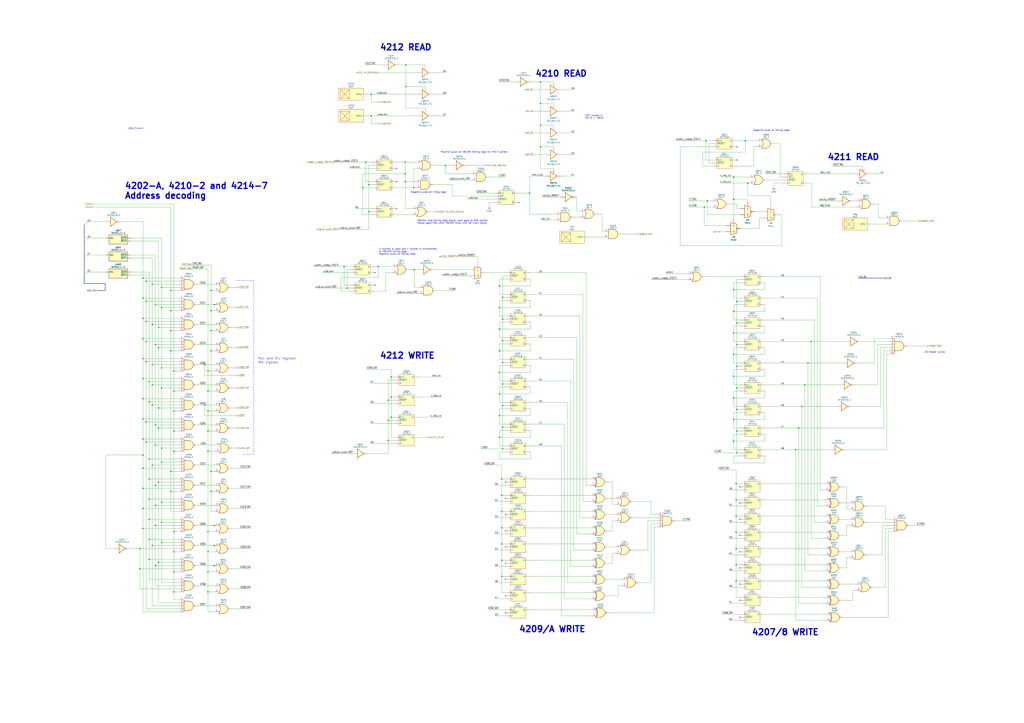
<source format=kicad_sch>
(kicad_sch (version 20230121) (generator eeschema)
  (paper "A1")
  (title_block (title "SNES S-CPU Schematics ") (date "2023-10-21") (rev "0.1") (company "Author: Regis Galland"))
  (junction (at 125.095 448.31))
  (junction (at 170.815 469.9))
  (junction (at 602.615 362.585))
  (junction (at 412.75 368.935))
  (junction (at 604.52 477.52))
  (junction (at 120.015 363.22))
  (junction (at 170.815 370.84))
  (junction (at 604.52 450.85))
  (junction (at 117.475 384.81))
  (junction (at 117.475 294.64))
  (junction (at 130.175 285.75))
  (junction (at 321.31 309.88))
  (junction (at 340.36 221.615))
  (junction (at 122.555 426.72))
  (junction (at 410.21 252.73))
  (junction (at 130.175 351.79))
  (junction (at 142.875 354.33))
  (junction (at 175.895 448.31))
  (junction (at 117.475 374.015))
  (junction (at 117.475 261.62))
  (junction (at 127.635 398.78))
  (junction (at 410.21 359.41))
  (junction (at 365.76 135.89))
  (junction (at 142.875 436.88))
  (junction (at 117.475 360.68))
  (junction (at 285.115 236.855))
  (junction (at 130.175 462.28))
  (junction (at 140.335 255.27))
  (junction (at 339.725 154.305))
  (junction (at 125.095 332.74))
  (junction (at 614.045 150.495))
  (junction (at 125.095 299.72))
  (junction (at 117.475 327.66))
  (junction (at 120.015 346.71))
  (junction (at 333.375 71.12))
  (junction (at 117.475 245.11))
  (junction (at 142.875 469.9))
  (junction (at 412.75 315.595))
  (junction (at 125.095 316.23))
  (junction (at 604.52 410.845))
  (junction (at 410.21 341.63))
  (junction (at 578.485 170.18))
  (junction (at 122.555 410.21))
  (junction (at 142.875 321.31))
  (junction (at 175.895 464.82))
  (junction (at 132.715 318.77))
  (junction (at 410.21 323.85))
  (junction (at 412.115 460.375))
  (junction (at 412.115 420.37))
  (junction (at 655.955 351.79))
  (junction (at 127.635 365.76))
  (junction (at 302.895 173.99))
  (junction (at 612.14 115.57))
  (junction (at 142.875 453.39))
  (junction (at 140.335 403.86))
  (junction (at 117.475 311.15))
  (junction (at 140.335 271.78))
  (junction (at 127.635 349.25))
  (junction (at 173.355 238.76))
  (junction (at 304.8 77.47))
  (junction (at 127.635 431.8))
  (junction (at 412.75 280.035))
  (junction (at 318.77 345.44))
  (junction (at 168.275 299.72))
  (junction (at 122.555 393.7))
  (junction (at 127.635 464.82))
  (junction (at 412.75 351.155))
  (junction (at 604.52 464.185))
  (junction (at 300.355 133.35))
  (junction (at 318.77 361.95))
  (junction (at 605.155 283.21))
  (junction (at 170.815 453.39))
  (junction (at 602.615 145.415))
  (junction (at 117.475 434.34))
  (junction (at 130.175 269.24))
  (junction (at 605.155 300.99))
  (junction (at 604.52 397.51))
  (junction (at 304.8 95.25))
  (junction (at 122.555 313.69))
  (junction (at 602.615 309.245))
  (junction (at 302.895 151.765))
  (junction (at 120.015 297.18))
  (junction (at 602.615 163.83))
  (junction (at 173.355 403.86))
  (junction (at 412.115 473.71))
  (junction (at 410.21 234.95))
  (junction (at 605.155 318.77))
  (junction (at 142.875 304.8))
  (junction (at 122.555 330.2))
  (junction (at 602.615 255.905))
  (junction (at 412.115 433.705))
  (junction (at 604.52 424.18))
  (junction (at 140.335 288.29))
  (junction (at 412.75 262.255))
  (junction (at 321.31 326.39))
  (junction (at 120.015 264.16))
  (junction (at 412.115 393.7))
  (junction (at 120.015 280.67))
  (junction (at 666.115 280.67))
  (junction (at 132.715 252.73))
  (junction (at 297.815 154.305))
  (junction (at 602.615 344.805))
  (junction (at 410.21 270.51))
  (junction (at 125.095 233.68))
  (junction (at 605.155 247.65))
  (junction (at 173.355 271.78))
  (junction (at 333.375 53.34))
  (junction (at 114.935 450.85))
  (junction (at 140.335 387.35))
  (junction (at 122.555 443.23))
  (junction (at 117.475 417.83))
  (junction (at 173.355 387.35))
  (junction (at 170.815 436.88))
  (junction (at 130.175 335.28))
  (junction (at 170.815 321.31))
  (junction (at 579.755 115.57))
  (junction (at 142.875 337.82))
  (junction (at 605.155 265.43))
  (junction (at 604.52 437.515))
  (junction (at 125.095 266.7))
  (junction (at 653.415 369.57))
  (junction (at 142.875 370.84))
  (junction (at 117.475 344.17))
  (junction (at 132.715 445.77))
  (junction (at 117.475 228.6))
  (junction (at 120.015 231.14))
  (junction (at 127.635 415.29))
  (junction (at 443.865 85.09))
  (junction (at 412.75 244.475))
  (junction (at 132.715 429.26))
  (junction (at 127.635 283.21))
  (junction (at 170.815 304.8))
  (junction (at 412.115 447.04))
  (junction (at 132.715 412.75))
  (junction (at 132.715 368.3))
  (junction (at 125.095 382.27))
  (junction (at 434.975 158.75))
  (junction (at 132.715 302.26))
  (junction (at 605.155 372.11))
  (junction (at 605.155 354.33))
  (junction (at 170.815 337.82))
  (junction (at 602.615 291.465))
  (junction (at 412.115 407.035))
  (junction (at 318.77 328.93))
  (junction (at 282.575 219.075))
  (junction (at 332.74 142.875))
  (junction (at 175.895 250.19))
  (junction (at 605.155 336.55))
  (junction (at 130.175 396.24))
  (junction (at 310.515 219.075))
  (junction (at 127.635 250.19))
  (junction (at 443.865 120.65))
  (junction (at 120.015 247.65))
  (junction (at 412.75 333.375))
  (junction (at 581.025 165.1))
  (junction (at 321.31 342.9))
  (junction (at 332.74 133.35))
  (junction (at 443.865 67.31))
  (junction (at 410.21 288.29))
  (junction (at 663.575 298.45))
  (junction (at 114.935 467.36))
  (junction (at 602.615 327.025))
  (junction (at 132.715 379.73))
  (junction (at 602.615 238.125))
  (junction (at 410.21 306.07))
  (junction (at 122.555 459.74))
  (junction (at 168.275 332.74))
  (junction (at 443.865 102.87))
  (junction (at 170.815 486.41))
  (junction (at 332.74 149.225))
  (junction (at 412.75 297.815))
  (junction (at 142.875 486.41))
  (junction (at 117.475 278.13))
  (junction (at 117.475 401.32))
  (junction (at 140.335 238.76))
  (junction (at 122.555 377.19))
  (junction (at 173.355 288.29))
  (junction (at 132.715 236.22))
  (junction (at 175.895 431.8))
  (junction (at 661.035 316.23))
  (junction (at 173.355 255.27))
  (junction (at 658.495 334.01))
  (junction (at 602.615 273.685))
  (junction (at 170.815 354.33))
  (no_connect (at 607.695 440.055))
  (no_connect (at 325.755 138.43))
  (no_connect (at 415.29 462.915))
  (no_connect (at 607.695 493.395))
  (no_connect (at 307.975 224.155))
  (no_connect (at 415.29 476.25))
  (no_connect (at 607.695 400.05))
  (no_connect (at 325.755 149.225))
  (no_connect (at 415.29 503.555))
  (no_connect (at 607.695 426.72))
  (no_connect (at 415.29 409.575))
  (no_connect (at 415.29 436.245))
  (no_connect (at 605.155 120.65))
  (no_connect (at 605.155 131.445))
  (no_connect (at 607.695 413.385))
  (no_connect (at 415.29 449.58))
  (no_connect (at 415.29 422.91))
  (no_connect (at 325.755 171.45))
  (no_connect (at 607.695 507.365))
  (no_connect (at 415.29 396.24))
  (no_connect (at 607.695 466.725))
  (no_connect (at 607.695 453.39))
  (no_connect (at 607.695 480.06))
  (no_connect (at 307.975 234.315))
  (no_connect (at 415.29 489.585))
  (no_connect (at 426.085 166.37))
  (bus_entry (at 71.755 209.55) (size -2.54 2.54))
  (bus_entry (at 71.755 195.58) (size -2.54 2.54))
  (bus_entry (at 71.755 223.52) (size -2.54 2.54))
  (bus_entry (at 71.755 182.245) (size -2.54 2.54))
  (wire (pts (xy 191.135 351.79) (xy 194.31 351.79)))
  (wire (pts (xy 415.29 259.715) (xy 410.21 259.715)))
  (wire (pts (xy 302.26 372.745) (xy 318.77 372.745)))
  (wire (pts (xy 406.4 412.115) (xy 415.29 412.115)))
  (wire (pts (xy 412.75 368.935) (xy 415.29 368.935)))
  (wire (pts (xy 205.74 467.36) (xy 191.135 467.36)))
  (wire (pts (xy 106.68 450.85) (xy 114.935 450.85)))
  (wire (pts (xy 555.625 427.99) (xy 567.055 427.99)))
  (wire (pts (xy 122.555 410.21) (xy 122.555 393.7)))
  (wire (pts (xy 605.155 115.57) (xy 612.14 115.57)))
  (wire (pts (xy 653.415 369.57) (xy 653.415 509.905)))
  (wire (pts (xy 558.8 201.93) (xy 641.985 201.93)))
  (wire (pts (xy 323.85 328.93) (xy 318.77 328.93)))
  (wire (pts (xy 127.635 365.76) (xy 127.635 398.78)))
  (wire (pts (xy 125.095 316.23) (xy 125.095 332.74)))
  (wire (pts (xy 117.475 245.11) (xy 147.32 245.11)))
  (wire (pts (xy 130.175 396.24) (xy 130.175 462.28)))
  (wire (pts (xy 677.545 495.935) (xy 655.955 495.935)))
  (wire (pts (xy 584.835 133.985) (xy 582.295 133.985)))
  (wire (pts (xy 120.015 500.38) (xy 147.32 500.38)))
  (wire (pts (xy 577.215 125.095) (xy 612.14 125.095)))
  (wire (pts (xy 577.215 136.525) (xy 584.835 136.525)))
  (wire (pts (xy 410.21 252.73) (xy 435.61 252.73)))
  (wire (pts (xy 127.635 398.78) (xy 127.635 415.29)))
  (wire (pts (xy 412.75 333.375) (xy 415.29 333.375)))
  (wire (pts (xy 170.815 354.33) (xy 170.815 337.82)))
  (wire (pts (xy 607.695 283.21) (xy 605.155 283.21)))
  (wire (pts (xy 321.31 342.9) (xy 321.31 326.39)))
  (wire (pts (xy 147.32 377.19) (xy 122.555 377.19)))
  (wire (pts (xy 473.075 161.925) (xy 473.71 161.925)))
  (wire (pts (xy 701.04 165.1) (xy 703.58 165.1)))
  (wire (pts (xy 173.355 403.86) (xy 173.355 420.37)))
  (wire (pts (xy 435.61 277.495) (xy 473.71 277.495)))
  (wire (pts (xy 107.315 223.52) (xy 122.555 223.52)))
  (wire (pts (xy 628.015 327.025) (xy 628.015 321.31)))
  (wire (pts (xy 357.505 135.89) (xy 365.76 135.89)))
  (wire (pts (xy 607.695 280.67) (xy 602.615 280.67)))
  (wire (pts (xy 577.215 125.095) (xy 577.215 136.525)))
  (wire (pts (xy 692.785 440.055) (xy 695.325 440.055)))
  (wire (pts (xy 415.29 420.37) (xy 412.115 420.37)))
  (wire (pts (xy 695.325 440.055) (xy 695.325 431.8)))
  (wire (pts (xy 602.615 285.75) (xy 602.615 291.465)))
  (wire (pts (xy 628.015 280.67) (xy 666.115 280.67)))
  (wire (pts (xy 125.095 497.84) (xy 147.32 497.84)))
  (wire (pts (xy 114.935 467.36) (xy 147.32 467.36)))
  (wire (pts (xy 162.56 365.76) (xy 176.53 365.76)))
  (wire (pts (xy 602.615 334.01) (xy 602.615 327.025)))
  (wire (pts (xy 636.905 118.11) (xy 640.715 118.11)))
  (wire (pts (xy 720.725 316.23) (xy 702.31 316.23)))
  (wire (pts (xy 304.8 101.6) (xy 311.15 101.6)))
  (wire (pts (xy 716.28 184.15) (xy 727.075 184.15)))
  (wire (pts (xy 120.015 231.14) (xy 147.32 231.14)))
  (wire (pts (xy 412.75 262.255) (xy 415.29 262.255)))
  (wire (pts (xy 365.76 142.875) (xy 387.35 142.875)))
  (wire (pts (xy 130.175 269.24) (xy 147.32 269.24)))
  (wire (pts (xy 730.885 288.29) (xy 725.805 288.29)))
  (wire (pts (xy 259.08 236.855) (xy 285.115 236.855)))
  (wire (pts (xy 671.195 245.11) (xy 628.015 245.11)))
  (wire (pts (xy 86.995 450.85) (xy 93.98 450.85)))
  (wire (pts (xy 607.695 229.87) (xy 605.155 229.87)))
  (wire (pts (xy 117.475 311.15) (xy 117.475 327.66)))
  (wire (pts (xy 147.32 233.68) (xy 125.095 233.68)))
  (wire (pts (xy 605.155 318.77) (xy 607.695 318.77)))
  (wire (pts (xy 641.985 176.53) (xy 641.985 201.93)))
  (wire (pts (xy 748.03 431.8) (xy 759.46 431.8)))
  (wire (pts (xy 332.74 133.35) (xy 342.265 133.35)))
  (wire (pts (xy 602.615 369.57) (xy 602.615 362.585)))
  (wire (pts (xy 605.155 229.87) (xy 605.155 247.65)))
  (wire (pts (xy 410.21 359.41) (xy 435.61 359.41)))
  (wire (pts (xy 415.29 229.235) (xy 410.21 229.235)))
  (wire (pts (xy 607.695 245.11) (xy 602.615 245.11)))
  (wire (pts (xy 534.67 430.53) (xy 534.67 478.79)))
  (wire (pts (xy 175.895 436.88) (xy 170.815 436.88)))
  (wire (pts (xy 602.615 298.45) (xy 602.615 291.465)))
  (wire (pts (xy 502.92 414.655) (xy 505.46 414.655)))
  (polyline (pts (xy 193.675 230.505) (xy 208.28 230.505)) (stroke (width 0) (type dash)))
  (wire (pts (xy 481.33 398.78) (xy 481.33 224.155)))
  (wire (pts (xy 127.635 209.55) (xy 127.635 250.19)))
  (wire (pts (xy 724.535 431.8) (xy 732.79 431.8)))
  (wire (pts (xy 605.155 247.65) (xy 607.695 247.65)))
  (wire (pts (xy 468.63 313.055) (xy 468.63 465.455)))
  (wire (pts (xy 589.915 386.08) (xy 604.52 386.08)))
  (wire (pts (xy 191.135 384.81) (xy 205.74 384.81)))
  (wire (pts (xy 692.785 493.395) (xy 700.405 493.395)))
  (wire (pts (xy 170.815 502.92) (xy 175.895 502.92)))
  (wire (pts (xy 147.32 247.65) (xy 120.015 247.65)))
  (wire (pts (xy 607.695 316.23) (xy 602.615 316.23)))
  (wire (pts (xy 333.375 53.34) (xy 333.375 71.12)))
  (wire (pts (xy 720.725 283.21) (xy 720.725 316.23)))
  (wire (pts (xy 117.475 502.92) (xy 147.32 502.92)))
  (wire (pts (xy 191.135 335.28) (xy 194.31 335.28)))
  (wire (pts (xy 607.695 410.845) (xy 604.52 410.845)))
  (wire (pts (xy 410.21 252.73) (xy 410.21 259.715)))
  (wire (pts (xy 300.355 149.225) (xy 300.355 133.35)))
  (wire (pts (xy 677.545 415.925) (xy 671.195 415.925)))
  (wire (pts (xy 435.61 330.835) (xy 466.09 330.835)))
  (wire (pts (xy 535.305 229.87) (xy 564.515 229.87)))
  (wire (pts (xy 125.095 233.68) (xy 125.095 266.7)))
  (wire (pts (xy 107.315 198.12) (xy 130.175 198.12)))
  (wire (pts (xy 265.43 224.155) (xy 287.655 224.155)))
  (wire (pts (xy 147.32 365.76) (xy 127.635 365.76)))
  (wire (pts (xy 732.79 434.34) (xy 727.075 434.34)))
  (wire (pts (xy 401.955 169.545) (xy 401.955 166.37)))
  (wire (pts (xy 297.815 142.875) (xy 332.74 142.875)))
  (wire (pts (xy 142.875 337.82) (xy 142.875 354.33)))
  (wire (pts (xy 327.66 53.34) (xy 333.375 53.34)))
  (wire (pts (xy 205.74 450.85) (xy 191.135 450.85)))
  (wire (pts (xy 598.805 415.925) (xy 607.695 415.925)))
  (wire (pts (xy 287.02 138.43) (xy 305.435 138.43)))
  (wire (pts (xy 323.85 326.39) (xy 321.31 326.39)))
  (wire (pts (xy 410.21 234.95) (xy 435.61 234.95)))
  (wire (pts (xy 598.805 482.6) (xy 607.695 482.6)))
  (wire (pts (xy 633.095 160.655) (xy 614.045 160.655)))
  (wire (pts (xy 581.025 176.53) (xy 581.025 165.1)))
  (wire (pts (xy 120.015 297.18) (xy 147.32 297.18)))
  (wire (pts (xy 476.25 425.45) (xy 476.25 259.715)))
  (wire (pts (xy 344.17 359.41) (xy 351.79 359.41)))
  (wire (pts (xy 415.29 407.035) (xy 412.115 407.035)))
  (wire (pts (xy 162.56 266.7) (xy 175.895 266.7)))
  (wire (pts (xy 485.14 425.45) (xy 476.25 425.45)))
  (wire (pts (xy 602.615 250.19) (xy 602.615 255.905)))
  (wire (pts (xy 605.155 283.21) (xy 605.155 265.43)))
  (wire (pts (xy 297.815 154.305) (xy 305.435 154.305)))
  (wire (pts (xy 700.405 485.14) (xy 702.945 485.14)))
  (wire (pts (xy 605.155 336.55) (xy 605.155 354.33)))
  (wire (pts (xy 370.84 135.89) (xy 365.76 135.89)))
  (wire (pts (xy 142.875 167.64) (xy 142.875 304.8)))
  (wire (pts (xy 607.695 351.79) (xy 602.615 351.79)))
  (wire (pts (xy 604.52 386.08) (xy 604.52 397.51)))
  (wire (pts (xy 132.715 368.3) (xy 132.715 379.73)))
  (wire (pts (xy 323.85 361.95) (xy 318.77 361.95)))
  (wire (pts (xy 168.275 308.61) (xy 194.31 308.61)))
  (polyline (pts (xy 199.39 373.38) (xy 208.28 373.38)) (stroke (width 0) (type dash)))
  (wire (pts (xy 435.61 487.045) (xy 485.14 487.045)))
  (wire (pts (xy 410.21 300.355) (xy 410.21 306.07)))
  (wire (pts (xy 435.61 252.73) (xy 435.61 247.015)))
  (wire (pts (xy 333.375 53.34) (xy 349.25 53.34)))
  (wire (pts (xy 612.14 115.57) (xy 621.665 115.57)))
  (wire (pts (xy 500.38 409.575) (xy 505.46 409.575)))
  (wire (pts (xy 415.29 224.155) (xy 398.78 224.155)))
  (wire (pts (xy 158.115 220.98) (xy 170.815 220.98)))
  (wire (pts (xy 410.21 277.495) (xy 410.21 270.51)))
  (wire (pts (xy 602.615 145.415) (xy 615.315 145.415)))
  (wire (pts (xy 191.135 318.77) (xy 194.31 318.77)))
  (wire (pts (xy 162.56 233.68) (xy 175.895 233.68)))
  (wire (pts (xy 302.26 95.25) (xy 304.8 95.25)))
  (wire (pts (xy 412.75 333.375) (xy 412.75 315.595)))
  (wire (pts (xy 371.475 161.29) (xy 405.765 161.29)))
  (wire (pts (xy 607.695 298.45) (xy 602.615 298.45)))
  (wire (pts (xy 677.545 402.59) (xy 673.735 402.59)))
  (wire (pts (xy 318.77 361.95) (xy 318.77 345.44)))
  (wire (pts (xy 170.815 469.9) (xy 170.815 486.41)))
  (wire (pts (xy 438.15 127) (xy 448.31 127)))
  (wire (pts (xy 565.785 170.18) (xy 578.485 170.18)))
  (wire (pts (xy 147.32 238.76) (xy 140.335 238.76)))
  (wire (pts (xy 435.61 393.7) (xy 485.14 393.7)))
  (wire (pts (xy 175.895 403.86) (xy 173.355 403.86)))
  (wire (pts (xy 310.515 227.965) (xy 310.515 219.075)))
  (wire (pts (xy 142.875 486.41) (xy 147.32 486.41)))
  (wire (pts (xy 491.49 175.895) (xy 494.665 175.895)))
  (wire (pts (xy 534.67 412.115) (xy 534.67 422.91)))
  (wire (pts (xy 628.015 450.85) (xy 677.545 450.85)))
  (wire (pts (xy 191.77 368.3) (xy 194.945 368.3)))
  (wire (pts (xy 628.015 437.515) (xy 677.545 437.515)))
  (wire (pts (xy 415.29 226.695) (xy 412.75 226.695)))
  (wire (pts (xy 434.975 158.75) (xy 426.085 158.75)))
  (wire (pts (xy 639.445 176.53) (xy 641.985 176.53)))
  (wire (pts (xy 445.135 161.925) (xy 460.375 161.925)))
  (wire (pts (xy 302.895 151.765) (xy 302.895 135.89)))
  (wire (pts (xy 310.515 219.075) (xy 321.945 219.075)))
  (wire (pts (xy 633.095 168.91) (xy 633.095 160.655)))
  (wire (pts (xy 175.895 420.37) (xy 173.355 420.37)))
  (wire (pts (xy 117.475 360.68) (xy 117.475 374.015)))
  (wire (pts (xy 316.865 224.155) (xy 316.865 239.395)))
  (wire (pts (xy 598.805 402.59) (xy 607.695 402.59)))
  (wire (pts (xy 434.975 144.78) (xy 434.975 158.75)))
  (wire (pts (xy 300.355 133.35) (xy 305.435 133.35)))
  (wire (pts (xy 415.29 366.395) (xy 410.21 366.395)))
  (wire (pts (xy 628.015 255.905) (xy 628.015 250.19)))
  (wire (pts (xy 147.32 415.29) (xy 127.635 415.29)))
  (wire (pts (xy 375.92 210.82) (xy 392.43 210.82)))
  (wire (pts (xy 344.17 236.22) (xy 340.36 236.22)))
  (wire (pts (xy 438.15 109.22) (xy 448.31 109.22)))
  (wire (pts (xy 332.74 171.45) (xy 338.455 171.45)))
  (wire (pts (xy 604.52 464.185) (xy 604.52 477.52)))
  (wire (pts (xy 443.865 67.31) (xy 443.865 85.09)))
  (wire (pts (xy 305.435 151.765) (xy 302.895 151.765)))
  (wire (pts (xy 117.475 401.32) (xy 147.32 401.32)))
  (wire (pts (xy 412.75 280.035) (xy 412.75 297.815)))
  (wire (pts (xy 607.695 374.65) (xy 602.615 374.65)))
  (wire (pts (xy 471.17 295.275) (xy 471.17 452.12)))
  (wire (pts (xy 162.56 497.84) (xy 175.895 497.84)))
  (wire (pts (xy 132.715 236.22) (xy 132.715 252.73)))
  (wire (pts (xy 628.015 351.79) (xy 655.955 351.79)))
  (wire (pts (xy 168.275 299.72) (xy 168.275 308.61)))
  (wire (pts (xy 282.575 219.075) (xy 287.655 219.075)))
  (wire (pts (xy 604.52 424.18) (xy 604.52 437.515)))
  (wire (pts (xy 718.185 482.6) (xy 727.075 482.6)))
  (wire (pts (xy 666.115 280.67) (xy 694.69 280.67)))
  (wire (pts (xy 692.785 480.06) (xy 702.945 480.06)))
  (wire (pts (xy 355.6 77.47) (xy 366.395 77.47)))
  (wire (pts (xy 508 489.585) (xy 508 481.33)))
  (wire (pts (xy 299.72 53.34) (xy 314.96 53.34)))
  (wire (pts (xy 140.335 255.27) (xy 140.335 238.76)))
  (wire (pts (xy 415.29 241.935) (xy 410.21 241.935)))
  (wire (pts (xy 461.01 73.66) (xy 471.805 73.66)))
  (wire (pts (xy 635.635 150.495) (xy 643.255 150.495)))
  (wire (pts (xy 461.01 506.095) (xy 485.775 506.095)))
  (wire (pts (xy 628.015 490.855) (xy 677.545 490.855)))
  (wire (pts (xy 461.01 127) (xy 471.805 127)))
  (wire (pts (xy 191.135 236.22) (xy 194.31 236.22)))
  (wire (pts (xy 415.29 473.71) (xy 412.115 473.71)))
  (wire (pts (xy 605.155 171.45) (xy 605.155 167.64)))
  (wire (pts (xy 410.21 341.63) (xy 435.61 341.63)))
  (wire (pts (xy 410.21 330.835) (xy 410.21 323.85)))
  (wire (pts (xy 415.29 282.575) (xy 410.21 282.575)))
  (wire (pts (xy 122.555 426.72) (xy 122.555 410.21)))
  (wire (pts (xy 708.66 136.525) (xy 708.66 137.795)))
  (wire (pts (xy 117.475 261.62) (xy 147.32 261.62)))
  (wire (pts (xy 359.41 238.76) (xy 374.65 238.76)))
  (wire (pts (xy 502.92 396.24) (xy 500.38 396.24)))
  (wire (pts (xy 640.715 145.415) (xy 640.715 118.11)))
  (wire (pts (xy 443.865 120.65) (xy 443.865 138.43)))
  (wire (pts (xy 412.115 460.375) (xy 412.115 473.71)))
  (wire (pts (xy 318.77 345.44) (xy 323.85 345.44)))
  (wire (pts (xy 435.61 234.95) (xy 435.61 229.235)))
  (wire (pts (xy 443.865 67.31) (xy 454.66 67.31)))
  (wire (pts (xy 730.885 278.13) (xy 718.185 278.13)))
  (wire (pts (xy 415.29 460.375) (xy 412.115 460.375)))
  (wire (pts (xy 341.63 154.305) (xy 339.725 154.305)))
  (wire (pts (xy 415.29 335.915) (xy 410.21 335.915)))
  (wire (pts (xy 602.615 309.245) (xy 628.015 309.245)))
  (wire (pts (xy 122.555 313.69) (xy 122.555 330.2)))
  (wire (pts (xy 282.575 234.315) (xy 287.655 234.315)))
  (wire (pts (xy 410.21 377.19) (xy 435.61 377.19)))
  (wire (pts (xy 147.32 280.67) (xy 120.015 280.67)))
  (wire (pts (xy 478.79 241.935) (xy 435.61 241.935)))
  (wire (pts (xy 147.32 299.72) (xy 125.095 299.72)))
  (wire (pts (xy 620.395 173.99) (xy 626.745 173.99)))
  (wire (pts (xy 602.615 280.67) (xy 602.615 273.685)))
  (wire (pts (xy 86.995 374.015) (xy 86.995 450.85)))
  (wire (pts (xy 461.01 366.395) (xy 461.01 506.095)))
  (wire (pts (xy 558.8 201.93) (xy 558.8 120.65)))
  (wire (pts (xy 485.14 460.375) (xy 435.61 460.375)))
  (wire (pts (xy 321.31 359.41) (xy 321.31 342.9)))
  (wire (pts (xy 333.375 71.12) (xy 333.375 88.9)))
  (wire (pts (xy 147.32 351.79) (xy 130.175 351.79)))
  (wire (pts (xy 607.695 303.53) (xy 602.615 303.53)))
  (wire (pts (xy 410.21 282.575) (xy 410.21 288.29)))
  (wire (pts (xy 628.015 369.57) (xy 653.415 369.57)))
  (wire (pts (xy 607.695 321.31) (xy 602.615 321.31)))
  (wire (pts (xy 162.56 299.72) (xy 168.275 299.72)))
  (wire (pts (xy 168.275 341.63) (xy 194.31 341.63)))
  (wire (pts (xy 602.615 255.905) (xy 628.015 255.905)))
  (wire (pts (xy 117.475 417.83) (xy 117.475 434.34)))
  (wire (pts (xy 162.56 415.29) (xy 175.895 415.29)))
  (wire (pts (xy 579.755 227.33) (xy 607.695 227.33)))
  (wire (pts (xy 666.75 170.18) (xy 703.58 170.18)))
  (wire (pts (xy 297.815 142.875) (xy 297.815 154.305)))
  (wire (pts (xy 485.14 465.455) (xy 468.63 465.455)))
  (wire (pts (xy 323.85 312.42) (xy 318.77 312.42)))
  (wire (pts (xy 130.175 335.28) (xy 147.32 335.28)))
  (wire (pts (xy 410.21 264.795) (xy 410.21 270.51)))
  (wire (pts (xy 415.29 487.045) (xy 412.115 487.045)))
  (wire (pts (xy 147.32 495.3) (xy 130.175 495.3)))
  (bus (pts (xy 69.215 184.785) (xy 69.215 198.12)))
  (wire (pts (xy 280.035 239.395) (xy 280.035 227.965)))
  (wire (pts (xy 305.435 135.89) (xy 302.895 135.89)))
  (wire (pts (xy 120.015 280.67) (xy 120.015 297.18)))
  (wire (pts (xy 604.52 437.515) (xy 604.52 450.85)))
  (wire (pts (xy 325.755 133.35) (xy 332.74 133.35)))
  (wire (pts (xy 695.325 458.47) (xy 697.865 458.47)))
  (wire (pts (xy 170.815 354.33) (xy 175.895 354.33)))
  (wire (pts (xy 291.465 171.45) (xy 305.435 171.45)))
  (wire (pts (xy 406.4 492.125) (xy 415.29 492.125)))
  (wire (pts (xy 604.52 397.51) (xy 604.52 410.845)))
  (wire (pts (xy 304.165 364.49) (xy 323.85 364.49)))
  (wire (pts (xy 607.695 424.18) (xy 604.52 424.18)))
  (wire (pts (xy 304.165 347.98) (xy 323.85 347.98)))
  (wire (pts (xy 355.6 59.69) (xy 366.395 59.69)))
  (wire (pts (xy 438.15 91.44) (xy 448.31 91.44)))
  (wire (pts (xy 409.575 67.31) (xy 423.545 67.31)))
  (wire (pts (xy 591.185 145.415) (xy 602.615 145.415)))
  (wire (pts (xy 205.74 434.34) (xy 191.135 434.34)))
  (wire (pts (xy 140.335 238.76) (xy 140.335 170.18)))
  (wire (pts (xy 415.29 318.135) (xy 410.21 318.135)))
  (wire (pts (xy 663.575 455.93) (xy 677.545 455.93)))
  (wire (pts (xy 596.265 185.42) (xy 578.485 185.42)))
  (wire (pts (xy 147.32 266.7) (xy 125.095 266.7)))
  (wire (pts (xy 415.29 300.355) (xy 410.21 300.355)))
  (wire (pts (xy 349.25 53.34) (xy 349.25 54.61)))
  (wire (pts (xy 132.715 368.3) (xy 147.32 368.3)))
  (wire (pts (xy 602.615 356.87) (xy 602.615 362.585)))
  (wire (pts (xy 273.685 133.35) (xy 300.355 133.35)))
  (wire (pts (xy 628.015 238.125) (xy 628.015 232.41)))
  (wire (pts (xy 162.56 398.78) (xy 175.895 398.78)))
  (wire (pts (xy 125.095 332.74) (xy 125.095 382.27)))
  (wire (pts (xy 628.015 316.23) (xy 661.035 316.23)))
  (wire (pts (xy 500.38 476.25) (xy 510.54 476.25)))
  (wire (pts (xy 140.335 387.35) (xy 140.335 403.86)))
  (wire (pts (xy 718.82 167.64) (xy 721.36 167.64)))
  (wire (pts (xy 412.115 433.705) (xy 412.115 447.04)))
  (wire (pts (xy 607.695 437.515) (xy 604.52 437.515)))
  (wire (pts (xy 302.895 151.765) (xy 302.895 173.99)))
  (wire (pts (xy 695.325 400.05) (xy 695.325 418.465)))
  (wire (pts (xy 612.14 115.57) (xy 612.14 125.095)))
  (wire (pts (xy 579.755 115.57) (xy 584.835 115.57)))
  (wire (pts (xy 332.74 142.875) (xy 332.74 149.225)))
  (wire (pts (xy 162.56 250.19) (xy 175.895 250.19)))
  (wire (pts (xy 132.715 429.26) (xy 147.32 429.26)))
  (wire (pts (xy 302.895 173.99) (xy 302.895 188.595)))
  (wire (pts (xy 162.56 431.8) (xy 175.895 431.8)))
  (wire (pts (xy 672.465 165.1) (xy 688.34 165.1)))
  (wire (pts (xy 405.765 158.75) (xy 391.16 158.75)))
  (wire (pts (xy 579.755 131.445) (xy 584.835 131.445)))
  (wire (pts (xy 695.325 400.05) (xy 692.785 400.05)))
  (wire (pts (xy 337.185 221.615) (xy 340.36 221.615)))
  (wire (pts (xy 406.4 452.12) (xy 415.29 452.12)))
  (wire (pts (xy 415.29 351.155) (xy 412.75 351.155)))
  (wire (pts (xy 122.555 459.74) (xy 147.32 459.74)))
  (wire (pts (xy 122.555 443.23) (xy 122.555 426.72)))
  (wire (pts (xy 307.975 239.395) (xy 316.865 239.395)))
  (wire (pts (xy 415.29 330.835) (xy 410.21 330.835)))
  (wire (pts (xy 598.805 429.26) (xy 607.695 429.26)))
  (wire (pts (xy 443.865 85.09) (xy 443.865 102.87)))
  (wire (pts (xy 558.8 120.65) (xy 584.835 120.65)))
  (wire (pts (xy 412.75 280.035) (xy 412.75 262.255)))
  (wire (pts (xy 122.555 443.23) (xy 147.32 443.23)))
  (wire (pts (xy 304.8 83.82) (xy 311.15 83.82)))
  (wire (pts (xy 122.555 393.7) (xy 122.555 377.19)))
  (wire (pts (xy 170.815 453.39) (xy 170.815 469.9)))
  (wire (pts (xy 604.52 410.845) (xy 604.52 424.18)))
  (wire (pts (xy 147.32 252.73) (xy 132.715 252.73)))
  (wire (pts (xy 677.545 424.18) (xy 628.015 424.18)))
  (wire (pts (xy 661.035 316.23) (xy 689.61 316.23)))
  (wire (pts (xy 340.36 236.22) (xy 340.36 221.615)))
  (wire (pts (xy 191.135 417.83) (xy 205.74 417.83)))
  (wire (pts (xy 117.475 311.15) (xy 147.32 311.15)))
  (wire (pts (xy 412.115 420.37) (xy 412.115 433.705)))
  (wire (pts (xy 122.555 443.23) (xy 122.555 459.74)))
  (wire (pts (xy 132.715 412.75) (xy 132.715 379.73)))
  (wire (pts (xy 607.695 267.97) (xy 602.615 267.97)))
  (bus (pts (xy 80.645 238.76) (xy 86.36 238.76)))
  (wire (pts (xy 454.66 86.36) (xy 454.66 85.09)))
  (wire (pts (xy 476.25 259.715) (xy 435.61 259.715)))
  (wire (pts (xy 410.21 270.51) (xy 435.61 270.51)))
  (wire (pts (xy 285.115 221.615) (xy 285.115 236.855)))
  (wire (pts (xy 130.175 198.12) (xy 130.175 269.24)))
  (wire (pts (xy 356.87 151.765) (xy 371.475 151.765)))
  (wire (pts (xy 410.21 323.85) (xy 435.61 323.85)))
  (wire (pts (xy 415.29 348.615) (xy 410.21 348.615)))
  (wire (pts (xy 125.095 233.68) (xy 125.095 212.09)))
  (wire (pts (xy 643.255 142.875) (xy 628.65 142.875)))
  (wire (pts (xy 415.29 280.035) (xy 412.75 280.035)))
  (wire (pts (xy 729.615 436.88) (xy 729.615 507.365)))
  (wire (pts (xy 727.075 434.34) (xy 727.075 482.6)))
  (wire (pts (xy 663.575 298.45) (xy 692.15 298.45)))
  (wire (pts (xy 147.32 393.7) (xy 122.555 393.7)))
  (bus (pts (xy 86.36 238.76) (xy 86.36 233.045)))
  (wire (pts (xy 71.755 182.245) (xy 86.995 182.245)))
  (wire (pts (xy 147.32 464.82) (xy 127.635 464.82)))
  (wire (pts (xy 132.715 412.75) (xy 132.715 429.26)))
  (wire (pts (xy 173.355 238.76) (xy 173.355 217.805)))
  (wire (pts (xy 147.32 271.78) (xy 140.335 271.78)))
  (wire (pts (xy 605.155 283.21) (xy 605.155 300.99)))
  (wire (pts (xy 127.635 464.82) (xy 127.635 481.33)))
  (wire (pts (xy 623.57 187.96) (xy 623.57 179.07)))
  (wire (pts (xy 412.75 297.815) (xy 412.75 315.595)))
  (wire (pts (xy 602.615 321.31) (xy 602.615 327.025)))
  (wire (pts (xy 602.615 238.125) (xy 628.015 238.125)))
  (wire (pts (xy 71.755 209.55) (xy 86.995 209.55)))
  (wire (pts (xy 127.635 431.8) (xy 127.635 464.82)))
  (wire (pts (xy 412.115 447.04) (xy 412.115 460.375)))
  (wire (pts (xy 607.695 490.855) (xy 604.52 490.855)))
  (wire (pts (xy 525.78 478.79) (xy 534.67 478.79)))
  (wire (pts (xy 383.54 135.89) (xy 398.78 135.89)))
  (wire (pts (xy 117.475 327.66) (xy 147.32 327.66)))
  (wire (pts (xy 282.575 219.075) (xy 282.575 234.315)))
  (wire (pts (xy 410.21 234.95) (xy 410.21 241.935)))
  (wire (pts (xy 435.61 473.71) (xy 485.14 473.71)))
  (wire (pts (xy 142.875 436.88) (xy 147.32 436.88)))
  (wire (pts (xy 297.815 154.305) (xy 297.815 176.53)))
  (wire (pts (xy 318.77 361.95) (xy 318.77 372.745)))
  (wire (pts (xy 406.4 478.79) (xy 415.29 478.79)))
  (wire (pts (xy 454.66 121.92) (xy 454.66 120.65)))
  (wire (pts (xy 122.555 330.2) (xy 147.32 330.2)))
  (wire (pts (xy 602.615 380.365) (xy 628.015 380.365)))
  (wire (pts (xy 410.21 288.29) (xy 435.61 288.29)))
  (wire (pts (xy 605.155 336.55) (xy 607.695 336.55)))
  (wire (pts (xy 142.875 304.8) (xy 142.875 321.31)))
  (wire (pts (xy 406.4 506.095) (xy 415.29 506.095)))
  (wire (pts (xy 593.09 504.825) (xy 607.695 504.825)))
  (wire (pts (xy 607.695 250.19) (xy 602.615 250.19)))
  (wire (pts (xy 466.09 478.79) (xy 466.09 330.835)))
  (wire (pts (xy 71.755 195.58) (xy 86.995 195.58)))
  (wire (pts (xy 132.715 368.3) (xy 132.715 318.77)))
  (wire (pts (xy 602.615 273.685) (xy 628.015 273.685)))
  (wire (pts (xy 436.245 67.31) (xy 443.865 67.31)))
  (wire (pts (xy 127.635 250.19) (xy 147.32 250.19)))
  (wire (pts (xy 607.695 176.53) (xy 581.025 176.53)))
  (wire (pts (xy 287.655 221.615) (xy 285.115 221.615)))
  (wire (pts (xy 410.21 306.07) (xy 435.61 306.07)))
  (wire (pts (xy 602.615 339.09) (xy 602.615 344.805)))
  (wire (pts (xy 607.695 300.99) (xy 605.155 300.99)))
  (wire (pts (xy 415.29 433.705) (xy 412.115 433.705)))
  (wire (pts (xy 147.32 255.27) (xy 140.335 255.27)))
  (wire (pts (xy 582.295 133.985) (xy 582.295 118.11)))
  (wire (pts (xy 304.8 77.47) (xy 304.8 83.82)))
  (wire (pts (xy 692.785 426.72) (xy 697.865 426.72)))
  (wire (pts (xy 604.52 397.51) (xy 607.695 397.51)))
  (wire (pts (xy 721.36 179.07) (xy 721.36 167.64)))
  (wire (pts (xy 454.66 120.65) (xy 443.865 120.65)))
  (wire (pts (xy 415.29 247.015) (xy 410.21 247.015)))
  (wire (pts (xy 715.01 142.875) (xy 725.805 142.875)))
  (wire (pts (xy 371.475 151.765) (xy 371.475 161.29)))
  (wire (pts (xy 117.475 384.81) (xy 117.475 401.32)))
  (wire (pts (xy 162.56 283.21) (xy 175.895 283.21)))
  (wire (pts (xy 415.29 447.04) (xy 412.115 447.04)))
  (wire (pts (xy 454.66 67.31) (xy 454.66 68.58)))
  (wire (pts (xy 125.095 299.72) (xy 125.095 266.7)))
  (wire (pts (xy 435.61 288.29) (xy 435.61 282.575)))
  (wire (pts (xy 339.725 138.43) (xy 342.265 138.43)))
  (wire (pts (xy 191.135 401.32) (xy 205.74 401.32)))
  (wire (pts (xy 412.75 351.155) (xy 412.75 368.935)))
  (wire (pts (xy 718.185 298.45) (xy 704.85 298.45)))
  (wire (pts (xy 728.345 290.83) (xy 730.885 290.83)))
  (wire (pts (xy 132.715 429.26) (xy 132.715 445.77)))
  (wire (pts (xy 107.315 209.55) (xy 127.635 209.55)))
  (wire (pts (xy 623.57 179.07) (xy 626.745 179.07)))
  (wire (pts (xy 615.315 150.495) (xy 614.045 150.495)))
  (wire (pts (xy 147.32 285.75) (xy 130.175 285.75)))
  (wire (pts (xy 511.175 192.405) (xy 523.875 192.405)))
  (wire (pts (xy 614.045 150.495) (xy 614.045 160.655)))
  (wire (pts (xy 332.74 149.225) (xy 332.74 171.45)))
  (wire (pts (xy 132.715 252.73) (xy 132.715 302.26)))
  (wire (pts (xy 443.865 102.87) (xy 443.865 120.65)))
  (wire (pts (xy 454.66 139.7) (xy 454.66 138.43)))
  (wire (pts (xy 384.175 163.83) (xy 405.765 163.83)))
  (wire (pts (xy 730.885 280.67) (xy 707.39 280.67)))
  (wire (pts (xy 120.015 247.65) (xy 120.015 264.16)))
  (wire (pts (xy 162.56 481.33) (xy 175.895 481.33)))
  (wire (pts (xy 122.555 476.25) (xy 122.555 459.74)))
  (wire (pts (xy 117.475 384.81) (xy 147.32 384.81)))
  (wire (pts (xy 434.975 175.895) (xy 456.565 175.895)))
  (wire (pts (xy 604.52 450.85) (xy 604.52 464.185)))
  (wire (pts (xy 142.875 436.88) (xy 142.875 453.39)))
  (wire (pts (xy 502.92 462.915) (xy 502.92 454.66)))
  (wire (pts (xy 435.61 407.035) (xy 485.14 407.035)))
  (wire (pts (xy 415.29 297.815) (xy 412.75 297.815)))
  (wire (pts (xy 114.935 483.87) (xy 114.935 467.36)))
  (wire (pts (xy 344.17 326.39) (xy 362.585 326.39)))
  (wire (pts (xy 677.545 464.185) (xy 628.015 464.185)))
  (wire (pts (xy 122.555 223.52) (xy 122.555 313.69)))
  (wire (pts (xy 434.975 158.75) (xy 434.975 175.895)))
  (wire (pts (xy 120.015 264.16) (xy 120.015 280.67)))
  (wire (pts (xy 117.475 294.64) (xy 147.32 294.64)))
  (wire (pts (xy 394.97 368.935) (xy 412.75 368.935)))
  (wire (pts (xy 658.495 334.01) (xy 658.495 482.6)))
  (wire (pts (xy 607.695 339.09) (xy 602.615 339.09)))
  (wire (pts (xy 444.5 180.975) (xy 456.565 180.975)))
  (wire (pts (xy 628.015 227.33) (xy 673.735 227.33)))
  (wire (pts (xy 147.32 412.75) (xy 132.715 412.75)))
  (wire (pts (xy 168.275 332.74) (xy 168.275 341.63)))
  (wire (pts (xy 463.55 492.125) (xy 463.55 348.615)))
  (wire (pts (xy 130.175 462.28) (xy 147.32 462.28)))
  (wire (pts (xy 305.435 173.99) (xy 302.895 173.99)))
  (wire (pts (xy 725.805 351.79) (xy 655.955 351.79)))
  (wire (pts (xy 607.695 232.41) (xy 602.615 232.41)))
  (wire (pts (xy 410.21 348.615) (xy 410.21 341.63)))
  (wire (pts (xy 397.51 382.27) (xy 412.115 382.27)))
  (wire (pts (xy 520.7 452.12) (xy 532.13 452.12)))
  (wire (pts (xy 607.695 450.85) (xy 604.52 450.85)))
  (wire (pts (xy 140.335 288.29) (xy 140.335 271.78)))
  (wire (pts (xy 142.875 354.33) (xy 142.875 370.84)))
  (wire (pts (xy 502.92 436.245) (xy 502.92 427.99)))
  (wire (pts (xy 666.115 442.595) (xy 677.545 442.595)))
  (wire (pts (xy 170.815 453.39) (xy 170.815 436.88)))
  (wire (pts (xy 415.29 313.055) (xy 410.21 313.055)))
  (wire (pts (xy 168.275 332.74) (xy 175.895 332.74)))
  (wire (pts (xy 140.335 288.29) (xy 140.335 387.35)))
  (wire (pts (xy 142.875 453.39) (xy 147.32 453.39)))
  (wire (pts (xy 454.66 138.43) (xy 443.865 138.43)))
  (wire (pts (xy 120.015 363.22) (xy 147.32 363.22)))
  (wire (pts (xy 162.56 382.27) (xy 175.895 382.27)))
  (wire (pts (xy 628.015 344.805) (xy 628.015 339.09)))
  (wire (pts (xy 147.32 349.25) (xy 127.635 349.25)))
  (wire (pts (xy 147.32 379.73) (xy 132.715 379.73)))
  (wire (pts (xy 339.725 138.43) (xy 339.725 154.305)))
  (wire (pts (xy 127.635 431.8) (xy 147.32 431.8)))
  (wire (pts (xy 602.615 327.025) (xy 628.015 327.025)))
  (wire (pts (xy 272.415 372.745) (xy 289.56 372.745)))
  (wire (pts (xy 628.015 504.825) (xy 678.18 504.825)))
  (wire (pts (xy 117.475 374.015) (xy 117.475 384.81)))
  (wire (pts (xy 142.875 492.76) (xy 142.875 486.41)))
  (wire (pts (xy 435.61 348.615) (xy 463.55 348.615)))
  (wire (pts (xy 607.695 354.33) (xy 605.155 354.33)))
  (wire (pts (xy 666.75 170.18) (xy 666.75 150.495)))
  (wire (pts (xy 586.74 372.11) (xy 605.155 372.11)))
  (wire (pts (xy 605.155 354.33) (xy 605.155 372.11)))
  (wire (pts (xy 170.815 321.31) (xy 175.895 321.31)))
  (wire (pts (xy 117.475 182.245) (xy 117.475 228.6)))
  (wire (pts (xy 607.695 477.52) (xy 604.52 477.52)))
  (wire (pts (xy 412.115 393.7) (xy 415.29 393.7)))
  (wire (pts (xy 170.815 486.41) (xy 170.815 502.92)))
  (wire (pts (xy 321.31 303.53) (xy 321.31 309.88)))
  (wire (pts (xy 344.17 342.9) (xy 362.585 342.9)))
  (wire (pts (xy 658.495 334.01) (xy 687.07 334.01)))
  (wire (pts (xy 114.935 450.85) (xy 147.32 450.85)))
  (wire (pts (xy 173.355 271.78) (xy 173.355 288.29)))
  (wire (pts (xy 661.035 316.23) (xy 661.035 469.265)))
  (wire (pts (xy 500.38 462.915) (xy 502.92 462.915)))
  (wire (pts (xy 694.69 369.57) (xy 728.345 369.57)))
  (wire (pts (xy 410.21 229.235) (xy 410.21 234.95)))
  (wire (pts (xy 205.74 483.87) (xy 191.135 483.87)))
  (wire (pts (xy 305.435 176.53) (xy 297.815 176.53)))
  (wire (pts (xy 461.01 144.78) (xy 471.805 144.78)))
  (wire (pts (xy 76.2 167.64) (xy 142.875 167.64)))
  (wire (pts (xy 602.615 291.465) (xy 628.015 291.465)))
  (wire (pts (xy 605.155 171.45) (xy 607.695 171.45)))
  (wire (pts (xy 628.015 477.52) (xy 677.545 477.52)))
  (wire (pts (xy 130.175 462.28) (xy 130.175 495.3)))
  (wire (pts (xy 628.015 273.685) (xy 628.015 267.97)))
  (wire (pts (xy 323.85 309.88) (xy 321.31 309.88)))
  (wire (pts (xy 147.32 332.74) (xy 125.095 332.74)))
  (wire (pts (xy 554.99 115.57) (xy 579.755 115.57)))
  (wire (pts (xy 742.315 181.61) (xy 755.015 181.61)))
  (wire (pts (xy 619.125 120.65) (xy 621.665 120.65)))
  (wire (pts (xy 173.355 255.27) (xy 173.355 271.78)))
  (wire (pts (xy 605.155 265.43) (xy 605.155 247.65)))
  (wire (pts (xy 508 481.33) (xy 510.54 481.33)))
  (wire (pts (xy 434.975 144.78) (xy 448.31 144.78)))
  (wire (pts (xy 304.165 314.96) (xy 323.85 314.96)))
  (wire (pts (xy 406.4 398.78) (xy 415.29 398.78)))
  (wire (pts (xy 605.155 167.64) (xy 600.075 167.64)))
  (wire (pts (xy 175.895 464.82) (xy 178.435 464.82)))
  (wire (pts (xy 170.815 304.8) (xy 175.895 304.8)))
  (wire (pts (xy 565.785 165.1) (xy 581.025 165.1)))
  (wire (pts (xy 402.59 145.415) (xy 415.29 145.415)))
  (wire (pts (xy 602.615 232.41) (xy 602.615 238.125)))
  (wire (pts (xy 485.14 420.37) (xy 435.61 420.37)))
  (wire (pts (xy 147.32 420.37) (xy 140.335 420.37)))
  (wire (pts (xy 473.71 277.495) (xy 473.71 438.785)))
  (wire (pts (xy 173.355 288.29) (xy 173.355 387.35)))
  (wire (pts (xy 604.52 477.52) (xy 604.52 490.855)))
  (wire (pts (xy 677.545 469.265) (xy 661.035 469.265)))
  (wire (pts (xy 162.56 349.25) (xy 175.895 349.25)))
  (wire (pts (xy 170.815 321.31) (xy 170.815 304.8)))
  (wire (pts (xy 125.095 382.27) (xy 147.32 382.27)))
  (wire (pts (xy 540.385 433.07) (xy 537.21 433.07)))
  (wire (pts (xy 125.095 448.31) (xy 125.095 497.84)))
  (wire (pts (xy 602.615 303.53) (xy 602.615 309.245)))
  (wire (pts (xy 643.255 147.955) (xy 630.555 147.955)))
  (wire (pts (xy 435.61 359.41) (xy 435.61 353.695)))
  (wire (pts (xy 671.195 245.11) (xy 671.195 415.925)))
  (wire (pts (xy 170.815 370.84) (xy 176.53 370.84)))
  (wire (pts (xy 730.885 285.75) (xy 723.265 285.75)))
  (wire (pts (xy 607.695 262.89) (xy 602.615 262.89)))
  (wire (pts (xy 602.615 362.585) (xy 628.015 362.585)))
  (wire (pts (xy 142.875 370.84) (xy 142.875 436.88)))
  (wire (pts (xy 602.615 351.79) (xy 602.615 344.805)))
  (wire (pts (xy 700.405 493.395) (xy 700.405 485.14)))
  (wire (pts (xy 435.61 366.395) (xy 461.01 366.395)))
  (wire (pts (xy 410.21 247.015) (xy 410.21 252.73)))
  (bus (pts (xy 69.215 212.09) (xy 69.215 226.06)))
  (wire (pts (xy 99.695 182.245) (xy 117.475 182.245)))
  (wire (pts (xy 581.025 165.1) (xy 584.835 165.1)))
  (bus (pts (xy 704.85 228.6) (xy 723.9 228.6)))
  (wire (pts (xy 142.875 354.33) (xy 147.32 354.33)))
  (wire (pts (xy 534.67 422.91) (xy 540.385 422.91)))
  (wire (pts (xy 502.92 427.99) (xy 505.46 427.99)))
  (wire (pts (xy 584.835 118.11) (xy 582.295 118.11)))
  (wire (pts (xy 481.33 224.155) (xy 435.61 224.155)))
  (wire (pts (xy 454.66 104.14) (xy 454.66 102.87)))
  (wire (pts (xy 147.32 478.79) (xy 132.715 478.79)))
  (bus (pts (xy 69.215 226.06) (xy 69.215 233.045)))
  (wire (pts (xy 412.75 315.595) (xy 415.29 315.595)))
  (wire (pts (xy 147.32 483.87) (xy 114.935 483.87)))
  (wire (pts (xy 302.26 77.47) (xy 304.8 77.47)))
  (wire (pts (xy 500.38 489.585) (xy 508 489.585)))
  (wire (pts (xy 117.475 401.32) (xy 117.475 417.83)))
  (wire (pts (xy 537.21 433.07) (xy 537.21 503.555)))
  (wire (pts (xy 142.875 321.31) (xy 142.875 337.82)))
  (wire (pts (xy 607.695 369.57) (xy 602.615 369.57)))
  (wire (pts (xy 410.21 353.695) (xy 410.21 359.41)))
  (wire (pts (xy 415.29 353.695) (xy 410.21 353.695)))
  (wire (pts (xy 117.475 294.64) (xy 117.475 311.15)))
  (wire (pts (xy 142.875 469.9) (xy 142.875 486.41)))
  (wire (pts (xy 692.785 453.39) (xy 697.865 453.39)))
  (wire (pts (xy 125.095 316.23) (xy 125.095 299.72)))
  (wire (pts (xy 323.85 342.9) (xy 321.31 342.9)))
  (wire (pts (xy 325.755 154.305) (xy 339.725 154.305)))
  (wire (pts (xy 435.61 313.055) (xy 468.63 313.055)))
  (wire (pts (xy 473.71 161.925) (xy 473.71 173.355)))
  (wire (pts (xy 158.115 217.805) (xy 173.355 217.805)))
  (wire (pts (xy 693.42 507.365) (xy 729.615 507.365)))
  (wire (pts (xy 520.7 412.115) (xy 534.67 412.115)))
  (wire (pts (xy 500.38 449.58) (xy 505.46 449.58)))
  (bus (pts (xy 69.215 198.12) (xy 69.215 212.09)))
  (wire (pts (xy 107.315 226.06) (xy 120.015 226.06)))
  (wire (pts (xy 607.695 334.01) (xy 602.615 334.01)))
  (wire (pts (xy 435.61 447.04) (xy 485.14 447.04)))
  (wire (pts (xy 605.155 265.43) (xy 607.695 265.43)))
  (wire (pts (xy 117.475 344.17) (xy 147.32 344.17)))
  (wire (pts (xy 170.815 337.82) (xy 170.815 321.31)))
  (wire (pts (xy 471.17 295.275) (xy 435.61 295.275)))
  (wire (pts (xy 107.315 195.58) (xy 132.715 195.58)))
  (wire (pts (xy 285.115 236.855) (xy 287.655 236.855)))
  (wire (pts (xy 602.615 145.415) (xy 602.615 163.83)))
  (wire (pts (xy 410.21 335.915) (xy 410.21 341.63)))
  (wire (pts (xy 142.875 337.82) (xy 147.32 337.82)))
  (wire (pts (xy 401.955 166.37) (xy 405.765 166.37)))
  (wire (pts (xy 140.335 420.37) (xy 140.335 403.86)))
  (wire (pts (xy 130.175 285.75) (xy 130.175 335.28)))
  (wire (pts (xy 71.755 223.52) (xy 86.995 223.52)))
  (wire (pts (xy 619.125 120.65) (xy 619.125 136.525)))
  (wire (pts (xy 349.25 71.12) (xy 333.375 71.12)))
  (wire (pts (xy 117.475 228.6) (xy 147.32 228.6)))
  (wire (pts (xy 692.785 413.385) (xy 697.865 413.385)))
  (wire (pts (xy 191.135 302.26) (xy 194.31 302.26)))
  (wire (pts (xy 607.695 285.75) (xy 602.615 285.75)))
  (wire (pts (xy 713.105 429.26) (xy 732.79 429.26)))
  (wire (pts (xy 132.715 318.77) (xy 132.715 302.26)))
  (wire (pts (xy 323.85 359.41) (xy 321.31 359.41)))
  (wire (pts (xy 304.165 331.47) (xy 323.85 331.47)))
  (wire (pts (xy 435.61 501.015) (xy 485.775 501.015)))
  (wire (pts (xy 598.805 495.935) (xy 607.695 495.935)))
  (wire (pts (xy 278.765 188.595) (xy 302.895 188.595)))
  (wire (pts (xy 724.535 455.93) (xy 724.535 431.8)))
  (wire (pts (xy 640.715 145.415) (xy 643.255 145.415)))
  (wire (pts (xy 485.14 398.78) (xy 481.33 398.78)))
  (wire (pts (xy 142.875 321.31) (xy 147.32 321.31)))
  (wire (pts (xy 304.8 95.25) (xy 342.9 95.25)))
  (wire (pts (xy 532.13 427.99) (xy 540.385 427.99)))
  (wire (pts (xy 191.135 269.24) (xy 194.31 269.24)))
  (wire (pts (xy 170.815 337.82) (xy 175.895 337.82)))
  (wire (pts (xy 162.56 448.31) (xy 175.895 448.31)))
  (wire (pts (xy 125.095 212.09) (xy 107.315 212.09)))
  (wire (pts (xy 461.01 91.44) (xy 471.805 91.44)))
  (wire (pts (xy 591.185 150.495) (xy 614.045 150.495)))
  (wire (pts (xy 478.79 412.115) (xy 478.79 241.935)))
  (wire (pts (xy 114.935 450.85) (xy 114.935 467.36)))
  (wire (pts (xy 120.015 264.16) (xy 147.32 264.16)))
  (wire (pts (xy 318.77 328.93) (xy 318.77 345.44)))
  (wire (pts (xy 485.14 478.79) (xy 466.09 478.79)))
  (wire (pts (xy 130.175 285.75) (xy 130.175 269.24)))
  (wire (pts (xy 435.61 270.51) (xy 435.61 264.795)))
  (wire (pts (xy 628.015 291.465) (xy 628.015 285.75)))
  (wire (pts (xy 120.015 226.06) (xy 120.015 231.14)))
  (wire (pts (xy 117.475 360.68) (xy 147.32 360.68)))
  (wire (pts (xy 332.74 133.35) (xy 332.74 142.875)))
  (wire (pts (xy 120.015 297.18) (xy 120.015 346.71)))
  (wire (pts (xy 653.415 509.905) (xy 678.18 509.905)))
  (wire (pts (xy 410.21 313.055) (xy 410.21 306.07)))
  (wire (pts (xy 602.615 163.83) (xy 602.615 180.34)))
  (wire (pts (xy 132.715 236.22) (xy 147.32 236.22)))
  (wire (pts (xy 663.575 298.45) (xy 628.015 298.45)))
  (wire (pts (xy 501.015 503.555) (xy 537.21 503.555)))
  (wire (pts (xy 692.785 466.725) (xy 695.325 466.725)))
  (wire (pts (xy 532.13 452.12) (xy 532.13 427.99)))
  (wire (pts (xy 602.615 316.23) (xy 602.615 309.245)))
  (wire (pts (xy 344.17 309.88) (xy 361.95 309.88)))
  (wire (pts (xy 412.115 382.27) (xy 412.115 393.7)))
  (wire (pts (xy 147.32 288.29) (xy 140.335 288.29)))
  (wire (pts (xy 120.015 363.22) (xy 120.015 500.38)))
  (bus (pts (xy 86.36 233.045) (xy 69.215 233.045)))
  (wire (pts (xy 117.475 434.34) (xy 117.475 502.92)))
  (wire (pts (xy 415.29 295.275) (xy 410.21 295.275)))
  (wire (pts (xy 598.805 509.905) (xy 607.695 509.905)))
  (wire (pts (xy 713.105 455.93) (xy 724.535 455.93)))
  (wire (pts (xy 170.815 469.9) (xy 175.895 469.9)))
  (wire (pts (xy 410.21 318.135) (xy 410.21 323.85)))
  (wire (pts (xy 602.615 238.125) (xy 602.615 245.11)))
  (wire (pts (xy 473.71 438.785) (xy 485.14 438.785)))
  (wire (pts (xy 162.56 332.74) (xy 168.275 332.74)))
  (wire (pts (xy 727.075 426.72) (xy 732.79 426.72)))
  (wire (pts (xy 728.345 369.57) (xy 728.345 290.83)))
  (wire (pts (xy 730.885 283.21) (xy 720.725 283.21)))
  (wire (pts (xy 605.155 300.99) (xy 605.155 318.77)))
  (wire (pts (xy 412.115 407.035) (xy 412.115 420.37)))
  (wire (pts (xy 318.77 312.42) (xy 318.77 328.93)))
  (wire (pts (xy 410.21 371.475) (xy 410.21 377.19)))
  (wire (pts (xy 628.015 397.51) (xy 677.545 397.51)))
  (polyline (pts (xy 208.28 230.505) (xy 208.28 373.38)) (stroke (width 0) (type dash)))
  (wire (pts (xy 614.045 163.83) (xy 602.615 163.83)))
  (wire (pts (xy 147.32 283.21) (xy 127.635 283.21)))
  (wire (pts (xy 546.735 224.79) (xy 564.515 224.79)))
  (wire (pts (xy 485.14 412.115) (xy 478.79 412.115)))
  (wire (pts (xy 170.815 370.84) (xy 170.815 354.33)))
  (wire (pts (xy 147.32 313.69) (xy 122.555 313.69)))
  (wire (pts (xy 400.685 501.015) (xy 415.29 501.015)))
  (wire (pts (xy 353.695 173.99) (xy 358.14 173.99)))
  (wire (pts (xy 668.655 262.89) (xy 668.655 429.26)))
  (wire (pts (xy 304.8 77.47) (xy 342.9 77.47)))
  (wire (pts (xy 725.805 288.29) (xy 725.805 351.79)))
  (wire (pts (xy 365.76 142.875) (xy 365.76 135.89)))
  (wire (pts (xy 125.095 316.23) (xy 147.32 316.23)))
  (wire (pts (xy 175.895 238.76) (xy 173.355 238.76)))
  (wire (pts (xy 602.615 267.97) (xy 602.615 273.685)))
  (wire (pts (xy 175.895 250.19) (xy 177.165 250.19)))
  (wire (pts (xy 435.61 377.19) (xy 435.61 371.475)))
  (wire (pts (xy 117.475 344.17) (xy 117.475 360.68)))
  (wire (pts (xy 120.015 346.71) (xy 120.015 363.22)))
  (wire (pts (xy 127.635 349.25) (xy 127.635 365.76)))
  (wire (pts (xy 410.21 295.275) (xy 410.21 288.29)))
  (wire (pts (xy 592.455 190.5) (xy 596.265 190.5)))
  (wire (pts (xy 412.75 244.475) (xy 415.29 244.475)))
  (wire (pts (xy 635.635 153.67) (xy 635.635 150.495)))
  (wire (pts (xy 120.015 231.14) (xy 120.015 247.65)))
  (wire (pts (xy 117.475 327.66) (xy 117.475 344.17)))
  (wire (pts (xy 415.29 277.495) (xy 410.21 277.495)))
  (wire (pts (xy 628.015 410.845) (xy 677.545 410.845)))
  (wire (pts (xy 727.075 415.925) (xy 727.075 426.72)))
  (wire (pts (xy 406.4 425.45) (xy 415.29 425.45)))
  (wire (pts (xy 677.545 429.26) (xy 668.655 429.26)))
  (wire (pts (xy 415.29 371.475) (xy 410.21 371.475)))
  (wire (pts (xy 412.75 333.375) (xy 412.75 351.155)))
  (wire (pts (xy 628.015 334.01) (xy 658.495 334.01)))
  (wire (pts (xy 125.095 448.31) (xy 147.32 448.31)))
  (wire (pts (xy 175.895 448.31) (xy 177.165 448.31)))
  (wire (pts (xy 132.715 195.58) (xy 132.715 236.22)))
  (wire (pts (xy 356.87 221.615) (xy 386.08 221.615)))
  (wire (pts (xy 349.25 72.39) (xy 349.25 71.12)))
  (wire (pts (xy 130.175 396.24) (xy 147.32 396.24)))
  (wire (pts (xy 695.325 431.8) (xy 697.865 431.8)))
  (wire (pts (xy 168.275 299.72) (xy 175.895 299.72)))
  (wire (pts (xy 325.755 176.53) (xy 338.455 176.53)))
  (wire (pts (xy 117.475 374.015) (xy 86.995 374.015)))
  (wire (pts (xy 602.615 255.905) (xy 602.615 262.89)))
  (wire (pts (xy 454.66 102.87) (xy 443.865 102.87)))
  (wire (pts (xy 175.895 255.27) (xy 173.355 255.27)))
  (wire (pts (xy 435.61 306.07) (xy 435.61 300.355)))
  (wire (pts (xy 663.575 298.45) (xy 663.575 455.93)))
  (wire (pts (xy 287.655 239.395) (xy 280.035 239.395)))
  (wire (pts (xy 147.32 410.21) (xy 122.555 410.21)))
  (wire (pts (xy 607.695 356.87) (xy 602.615 356.87)))
  (wire (pts (xy 578.485 170.18) (xy 584.835 170.18)))
  (wire (pts (xy 471.17 452.12) (xy 485.14 452.12)))
  (wire (pts (xy 673.735 402.59) (xy 673.735 227.33)))
  (wire (pts (xy 363.22 226.695) (xy 386.08 226.695)))
  (wire (pts (xy 410.21 366.395) (xy 410.21 359.41)))
  (wire (pts (xy 173.355 387.35) (xy 175.895 387.35)))
  (wire (pts (xy 280.035 227.965) (xy 310.515 227.965)))
  (wire (pts (xy 368.935 147.955) (xy 387.35 147.955)))
  (wire (pts (xy 713.105 415.925) (xy 727.075 415.925)))
  (wire (pts (xy 653.415 369.57) (xy 681.99 369.57)))
  (wire (pts (xy 257.81 219.075) (xy 282.575 219.075)))
  (wire (pts (xy 162.56 464.82) (xy 175.895 464.82)))
  (wire (pts (xy 170.815 436.88) (xy 170.815 370.84)))
  (wire (pts (xy 663.575 150.495) (xy 666.75 150.495)))
  (wire (pts (xy 663.575 142.875) (xy 702.31 142.875)))
  (wire (pts (xy 349.25 88.9) (xy 333.375 88.9)))
  (wire (pts (xy 147.32 481.33) (xy 127.635 481.33)))
  (wire (pts (xy 655.955 351.79) (xy 655.955 495.935)))
  (wire (pts (xy 147.32 398.78) (xy 127.635 398.78)))
  (wire (pts (xy 307.975 219.075) (xy 310.515 219.075)))
  (wire (pts (xy 502.92 396.24) (xy 502.92 414.655)))
  (wire (pts (xy 321.945 224.155) (xy 316.865 224.155)))
  (bus (pts (xy 113.665 105.41) (xy 117.475 105.41)))
  (wire (pts (xy 666.115 280.67) (xy 666.115 442.595)))
  (wire (pts (xy 392.43 210.82) (xy 392.43 216.535)))
  (wire (pts (xy 406.4 438.785) (xy 415.29 438.785)))
  (wire (pts (xy 598.805 469.265) (xy 607.695 469.265)))
  (wire (pts (xy 579.755 115.57) (xy 579.755 131.445)))
  (wire (pts (xy 668.655 262.89) (xy 628.015 262.89)))
  (wire (pts (xy 520.7 425.45) (xy 540.385 425.45)))
  (wire (pts (xy 628.015 362.585) (xy 628.015 356.87)))
  (wire (pts (xy 406.4 465.455) (xy 415.29 465.455)))
  (wire (pts (xy 191.135 285.75) (xy 194.31 285.75)))
  (wire (pts (xy 173.355 238.76) (xy 173.355 255.27)))
  (wire (pts (xy 540.385 430.53) (xy 534.67 430.53)))
  (wire (pts (xy 147.32 318.77) (xy 132.715 318.77)))
  (wire (pts (xy 628.015 309.245) (xy 628.015 303.53)))
  (wire (pts (xy 127.635 283.21) (xy 127.635 349.25)))
  (wire (pts (xy 412.115 473.71) (xy 412.115 487.045)))
  (wire (pts (xy 435.61 323.85) (xy 435.61 318.135)))
  (wire (pts (xy 304.8 95.25) (xy 304.8 101.6)))
  (wire (pts (xy 602.615 374.65) (xy 602.615 380.365)))
  (wire (pts (xy 438.15 73.66) (xy 448.31 73.66)))
  (wire (pts (xy 435.61 341.63) (xy 435.61 335.915)))
  (wire (pts (xy 173.355 387.35) (xy 173.355 403.86)))
  (wire (pts (xy 412.75 226.695) (xy 412.75 244.475)))
  (wire (pts (xy 117.475 278.13) (xy 117.475 294.64)))
  (wire (pts (xy 132.715 445.77) (xy 132.715 478.79)))
  (wire (pts (xy 147.32 403.86) (xy 140.335 403.86)))
  (wire (pts (xy 723.265 334.01) (xy 699.77 334.01)))
  (wire (pts (xy 435.61 433.705) (xy 485.14 433.705)))
  (wire (pts (xy 175.895 431.8) (xy 177.165 431.8)))
  (wire (pts (xy 117.475 261.62) (xy 117.475 278.13)))
  (wire (pts (xy 727.075 179.07) (xy 721.36 179.07)))
  (wire (pts (xy 132.715 445.77) (xy 147.32 445.77)))
  (wire (pts (xy 500.38 422.91) (xy 505.46 422.91)))
  (wire (pts (xy 598.805 455.93) (xy 607.695 455.93)))
  (wire (pts (xy 122.555 476.25) (xy 147.32 476.25)))
  (wire (pts (xy 494.665 189.865) (xy 495.935 189.865)))
  (wire (pts (xy 605.155 136.525) (xy 619.125 136.525)))
  (wire (pts (xy 170.815 453.39) (xy 175.895 453.39)))
  (wire (pts (xy 147.32 426.72) (xy 122.555 426.72)))
  (wire (pts (xy 147.32 492.76) (xy 142.875 492.76)))
  (wire (pts (xy 142.875 469.9) (xy 147.32 469.9)))
  (wire (pts (xy 170.815 486.41) (xy 175.895 486.41)))
  (wire (pts (xy 415.29 264.795) (xy 410.21 264.795)))
  (wire (pts (xy 602.615 344.805) (xy 628.015 344.805)))
  (wire (pts (xy 695.325 466.725) (xy 695.325 458.47)))
  (wire (pts (xy 683.895 136.525) (xy 708.66 136.525)))
  (wire (pts (xy 142.875 304.8) (xy 147.32 304.8)))
  (wire (pts (xy 142.875 453.39) (xy 142.875 469.9)))
  (wire (pts (xy 76.2 170.18) (xy 140.335 170.18)))
  (wire (pts (xy 125.095 382.27) (xy 125.095 448.31)))
  (wire (pts (xy 205.74 500.38) (xy 191.135 500.38)))
  (wire (pts (xy 140.335 387.35) (xy 147.32 387.35)))
  (wire (pts (xy 300.355 149.225) (xy 305.435 149.225)))
  (wire (pts (xy 607.695 464.185) (xy 604.52 464.185)))
  (wire (pts (xy 349.25 90.17) (xy 349.25 88.9)))
  (wire (pts (xy 608.965 187.96) (xy 623.57 187.96)))
  (wire (pts (xy 170.815 304.8) (xy 170.815 220.98)))
  (wire (pts (xy 122.555 330.2) (xy 122.555 377.19)))
  (wire (pts (xy 605.155 372.11) (xy 607.695 372.11)))
  (wire (pts (xy 473.71 173.355) (xy 476.25 173.355)))
  (wire (pts (xy 340.36 221.615) (xy 344.17 221.615)))
  (wire (pts (xy 142.875 370.84) (xy 147.32 370.84)))
  (wire (pts (xy 461.01 109.22) (xy 471.805 109.22)))
  (wire (pts (xy 140.335 255.27) (xy 140.335 271.78)))
  (wire (pts (xy 598.805 442.595) (xy 607.695 442.595)))
  (wire (pts (xy 325.755 241.3) (xy 344.17 241.3)))
  (wire (pts (xy 500.38 436.245) (xy 502.92 436.245)))
  (wire (pts (xy 494.665 189.865) (xy 494.665 175.895)))
  (wire (pts (xy 718.185 278.13) (xy 718.185 298.45)))
  (wire (pts (xy 127.635 250.19) (xy 127.635 283.21)))
  (wire (pts (xy 175.895 288.29) (xy 173.355 288.29)))
  (wire (pts (xy 117.475 228.6) (xy 117.475 245.11)))
  (wire (pts (xy 677.545 482.6) (xy 658.495 482.6)))
  (wire (pts (xy 300.99 303.53) (xy 321.31 303.53)))
  (wire (pts (xy 454.66 85.09) (xy 443.865 85.09)))
  (wire (pts (xy 117.475 245.11) (xy 117.475 261.62)))
  (wire (pts (xy 132.715 302.26) (xy 147.32 302.26)))
  (wire (pts (xy 130.175 335.28) (xy 130.175 351.79)))
  (wire (pts (xy 191.135 252.73) (xy 194.31 252.73)))
  (wire (pts (xy 476.25 178.435) (xy 471.805 178.435)))
  (wire (pts (xy 175.895 271.78) (xy 173.355 271.78)))
  (wire (pts (xy 117.475 417.83) (xy 147.32 417.83)))
  (wire (pts (xy 162.56 316.23) (xy 175.895 316.23)))
  (wire (pts (xy 614.045 166.37) (xy 614.045 163.83)))
  (wire (pts (xy 341.63 149.225) (xy 332.74 149.225)))
  (wire (pts (xy 412.115 393.7) (xy 412.115 407.035)))
  (wire (pts (xy 355.6 95.25) (xy 366.395 95.25)))
  (wire (pts (xy 127.635 415.29) (xy 127.635 431.8)))
  (wire (pts (xy 117.475 278.13) (xy 147.32 278.13)))
  (wire (pts (xy 732.79 436.88) (xy 729.615 436.88)))
  (wire (pts (xy 578.485 185.42) (xy 578.485 170.18)))
  (wire (pts (xy 117.475 434.34) (xy 147.32 434.34)))
  (wire (pts (xy 695.325 418.465) (xy 697.865 418.465)))
  (wire (pts (xy 605.155 336.55) (xy 605.155 318.77)))
  (wire (pts (xy 311.15 59.69) (xy 342.9 59.69)))
  (wire (pts (xy 723.265 285.75) (xy 723.265 334.01)))
  (wire (pts (xy 483.87 194.945) (xy 495.935 194.945)))
  (wire (pts (xy 502.92 454.66) (xy 505.46 454.66)))
  (wire (pts (xy 412.75 262.255) (xy 412.75 244.475)))
  (wire (pts (xy 746.125 284.48) (xy 761.365 284.48)))
  (wire (pts (xy 485.14 492.125) (xy 463.55 492.125)))
  (wire (pts (xy 130.175 396.24) (xy 130.175 351.79)))
  (wire (pts (xy 147.32 346.71) (xy 120.015 346.71)))
  (wire (pts (xy 321.31 309.88) (xy 321.31 326.39)))
  (wire (pts (xy 628.015 380.365) (xy 628.015 374.65)))
  (text "4209/A WRITE" (at 426.085 520.065 0) (effects (font (size 5 5) (thickness 1) bold) (justify left bottom)))
  (text "4212 WRITE" (at 311.785 295.275 0) (effects (font (size 5 5) (thickness 1) bold) (justify left bottom)))
  (text "Negative pulse on rising edge" (at 337.185 158.75 0) (effects (font (size 1.27 1.27)) (justify left bottom)))
  (text "Positive pulse on VBLANK falling edge for XIN/4 period" (at 361.95 125.73 0) (effects (font (size 1.27 1.27)) (justify left bottom)))
  (text "CPU version 2\nD3-0 = \"0010\"" (at 480.695 97.79 0) (effects (font (size 1.27 1.27)) (justify left bottom)))
  (text "4211 READ" (at 679.45 132.08 0) (effects (font (size 5 5) (thickness 1) bold) (justify left bottom)))
  (text "Mul and Div register\nRW signals" (at 212.09 299.085 0) (effects (font (size 2 2)) (justify left bottom)))
  (text "H counter is reset and V counter is incremented\non HBLANK falling egde\nNegative pulse on falling edge" (at 311.15 209.55 0) (effects (font (size 1.27 1.27)) (justify left bottom)))
  (text "4212 READ" (at 311.785 41.91 0) (effects (font (size 5 5) (thickness 1) bold) (justify left bottom)))
  (text "VBLANK long falling edge signal, also goes to DMA section\nSignal goes high when VBLANK ends until H6 clock signal" (at 342.9 184.15 0) (effects (font (size 1.27 1.27)) (justify left bottom)))
  (text "32 Master cycles" (at 759.46 290.195 0) (effects (font (size 1.27 1.27)) (justify left bottom)))
  (text "4207/8 WRITE" (at 617.22 522.605 0) (effects (font (size 5 5) (thickness 1) bold) (justify left bottom)))
  (text "4202-A, 4210-2 and 4214-7\nAddress decoding" (at 102.235 163.83 0) (effects (font (size 5 5) (thickness 1) bold) (justify left bottom)))
  (text "Negative pulse on falling edge" (at 618.49 107.95 0) (effects (font (size 1.27 1.27)) (justify left bottom)))
  (text "4210 READ" (at 439.42 63.5 0) (effects (font (size 5 5) (thickness 1) bold) (justify left bottom)))
  (label "~{4206}" (at 168.91 299.72 180))
  (label "~{4210_RD}" (at 391.16 158.75 0))
  (label "~{4200}" (at 168.91 431.8 180))
  (label "V8" (at 442.595 366.395 0))
  (label "wDBJW_wHASI_~{RST}" (at 368.935 147.955 0))
  (label "wNBRL_wNBQA_~{XIN{slash}4}" (at 535.305 229.87 0))
  (label "~{MAWK_WR}" (at 158.115 220.98 0))
  (label "A2" (at 71.755 223.52 0))
  (label "D5" (at 406.4 465.455 0))
  (label "wVBLANK" (at 287.02 138.43 0))
  (label "H2" (at 641.35 262.89 0))
  (label "wOAXV" (at 546.735 224.79 0))
  (label "H6" (at 291.465 171.45 0))
  (label "D7" (at 471.805 144.78 180))
  (label "~{4209_WR}" (at 397.51 382.27 0))
  (label "~{4208_WR}" (at 205.74 483.87 180))
  (label "~{4211_RD}" (at 683.895 136.525 0))
  (label "D4" (at 598.805 455.93 0))
  (label "~{H_TIME}" (at 565.785 170.18 0))
  (label "H1" (at 641.35 245.11 0))
  (label "~{V_RST}" (at 415.29 145.415 180))
  (label "D3" (at 598.805 442.595 0))
  (label "~{V_TIME}" (at 567.055 427.99 180))
  (label "D6" (at 598.805 482.6 0))
  (label "D5" (at 304.165 331.47 0))
  (label "~{420A_WR}" (at 400.685 501.015 0))
  (label "~{V_RST}" (at 394.97 368.935 0))
  (label "wHBLANK" (at 309.245 77.47 0))
  (label "D4" (at 304.165 347.98 0))
  (label "~{H_TIME}" (at 759.46 431.8 180))
  (label "~{4207_WR}" (at 205.74 500.38 180))
  (label "~{4209}" (at 168.91 464.82 180))
  (label "V4" (at 442.595 295.275 0))
  (label "H5" (at 641.35 316.23 0))
  (label "wOCOG_~{MODE7}" (at 445.135 161.925 0))
  (label "wVBLANK" (at 384.175 163.83 0))
  (label "V5" (at 442.595 313.055 0))
  (label "D6" (at 406.4 478.79 0))
  (label "D3" (at 406.4 438.785 0))
  (label "D2" (at 471.805 109.22 180))
  (label "~{IRQ_FLAG}" (at 673.1 170.18 0))
  (label "D0" (at 471.805 73.66 180))
  (label "D0" (at 406.4 398.78 0))
  (label "wDBJW_wHASI_~{RST}" (at 278.765 188.595 0))
  (label "wOCOG_~{MODE7}" (at 672.465 165.1 0))
  (label "D7" (at 304.165 314.96 0))
  (label "NMI_EN" (at 361.95 309.88 180))
  (label "V3" (at 442.595 277.495 0))
  (label "~{4210_RD}" (at 205.74 417.83 180))
  (label "wOCOG_~{MODE7}" (at 375.92 210.82 0))
  (label "~{4208_WR}" (at 593.09 504.825 0))
  (label "~{4200_WR}" (at 300.99 303.53 0))
  (label "~{4200_WR}" (at 205.74 434.34 180))
  (label "wDBJW_wHASI_~{RST}" (at 272.415 372.745 0))
  (label "H_IRQ_EN" (at 362.585 342.9 180))
  (label "~{4211_RD}" (at 205.74 401.32 180))
  (label "wNBRL_wNBQA_~{XIN{slash}4}" (at 363.22 226.695 0))
  (label "~{4208}" (at 168.91 481.33 180))
  (label "~{4215}" (at 168.91 283.21 180))
  (label "D7" (at 406.4 492.125 0))
  (label "D7" (at 725.805 142.875 180))
  (label "H6" (at 641.35 334.01 0))
  (label "~{4212_RD}" (at 299.72 53.34 0))
  (label "V2" (at 442.595 259.715 0))
  (label "D0" (at 304.165 364.49 0))
  (label "D2" (at 406.4 425.45 0))
  (label "D2" (at 598.805 429.26 0))
  (label "wVBLANK" (at 309.88 95.25 0))
  (label "D3" (at 471.805 127 180))
  (label "V_IRQ_EN" (at 591.185 150.495 0))
  (label "H_IRQ_EN" (at 591.185 145.415 0))
  (label "NMI_EN" (at 444.5 180.975 0))
  (label "wHBLANK" (at 265.43 224.155 0))
  (label "V_IRQ_EN" (at 362.585 326.39 180))
  (label "wNBRL_wNBQA_~{XIN{slash}4}" (at 273.685 133.35 0))
  (label "D7" (at 598.805 495.935 0))
  (label "~{4211_RD}" (at 628.65 142.875 0))
  (label "wNBRL_wNBQA_~{XIN{slash}4}" (at 257.81 219.075 0))
  (label "A1" (at 71.755 209.55 0))
  (label "~{H_RST}" (at 374.65 238.76 180))
  (label "H[0..8]" (at 704.85 228.6 0))
  (label "~{V_TIME}" (at 565.785 165.1 0))
  (label "D0" (at 598.805 509.905 0))
  (label "~{4204}" (at 169.545 365.76 180))
  (label "D6" (at 366.395 77.47 180))
  (label "~{4210}" (at 168.91 415.29 180))
  (label "D1" (at 406.4 412.115 0))
  (label "H7" (at 641.35 351.79 0))
  (label "~{H_RST}" (at 586.74 372.11 0))
  (label "wNBRL_wNBQA_~{XIN{slash}4}" (at 554.99 115.57 0))
  (label "~{4207_WR}" (at 589.915 386.08 0))
  (label "wDBJW_wHASI_~{RST}" (at 325.755 241.3 0))
  (label "~{4207}" (at 168.91 497.84 180))
  (label "D1" (at 471.805 91.44 180))
  (label "~{4211}" (at 168.91 398.78 180))
  (label "H0" (at 641.35 227.33 0))
  (label "~{4203}" (at 168.91 332.74 180))
  (label "D7" (at 366.395 95.25 180))
  (label "D0" (at 598.805 402.59 0))
  (label "H4" (at 641.35 298.45 0))
  (label "V6" (at 442.595 330.835 0))
  (label "A0" (at 71.755 195.58 0))
  (label "~{420A_WR}" (at 205.74 450.85 180))
  (label "~{4209_WR}" (at 205.74 467.36 180))
  (label "A3" (at 71.755 182.245 0))
  (label "~{4202}" (at 168.91 316.23 180))
  (label "~{4212_RD}" (at 205.74 384.81 180))
  (label "IRQ_FLAG" (at 673.1 142.875 0))
  (label "H3" (at 641.35 280.67 0))
  (label "wDBJW_wHASI_~{RST}" (at 259.08 236.855 0))
  (label "D0" (at 406.4 506.095 0))
  (label "D1" (at 598.805 415.925 0))
  (label "~{4210_RD}" (at 409.575 67.31 0))
  (label "H8" (at 641.35 369.57 0))
  (label "~{CPU_RD}" (at 158.115 217.805 0))
  (label "D5" (at 598.805 469.265 0))
  (label "D4" (at 406.4 452.12 0))
  (label "~{4216}" (at 168.91 233.68 180))
  (label "V0" (at 442.595 224.155 0))
  (label "~{4214}" (at 168.91 250.19 180))
  (label "~{4205}" (at 168.91 349.25 180))
  (label "NMI_FLAG" (at 436.88 144.78 0))
  (label "D0" (at 366.395 59.69 180))
  (label "V7" (at 442.595 348.615 0))
  (label "V1" (at 442.595 241.935 0))
  (label "~{4212}" (at 168.91 382.27 180))
  (label "~{4217}" (at 168.91 266.7 180))
  (label "~{420A}" (at 168.91 448.31 180))
  (hierarchical_label "65816_NMI" (shape output) (at 523.875 192.405 0))
  (hierarchical_label "~{4215_RD}" (shape output) (at 194.31 285.75 0))
  (hierarchical_label "4202_WR" (shape output) (at 194.31 318.77 0))
  (hierarchical_label "wOCOG_~{MODE7}" (shape input) (at 375.92 210.82 180))
  (hierarchical_label "AUTO_JP_READING" (shape input) (at 311.15 59.69 180))
  (hierarchical_label "wNBRL_wNBQA_~{XIN{slash}4}" (shape input) (at 273.685 133.35 180))
  (hierarchical_label "wVBLANK" (shape output) (at 311.15 101.6 0))
  (hierarchical_label "~{4203_WR}" (shape output) (at 194.31 335.28 0))
  (hierarchical_label "~{H128-135}" (shape output) (at 761.365 284.48 0))
  (hierarchical_label "421X" (shape input) (at 76.2 170.18 180))
  (hierarchical_label "AUTO_JP_EN" (shape output) (at 351.79 359.41 0))
  (hierarchical_label "4205_WR" (shape output) (at 194.31 351.79 0))
  (hierarchical_label "~{4217_RD}" (shape output) (at 194.31 269.24 0))
  (hierarchical_label "~{4206}" (shape output) (at 194.31 308.61 0))
  (hierarchical_label "420X" (shape input) (at 76.2 167.64 180))
  (hierarchical_label "~{4214_RD}" (shape output) (at 194.31 252.73 0))
  (hierarchical_label "FALLING_VBLANK" (shape output) (at 398.78 135.89 0))
  (hierarchical_label "~{4203}" (shape output) (at 194.31 341.63 0))
  (hierarchical_label "~{MAWK_WR}" (shape input) (at 158.115 220.98 180))
  (hierarchical_label "~{CPU_RD}" (shape input) (at 158.115 217.805 180))
  (hierarchical_label "LONG_FALLING_VBLANK" (shape output) (at 358.14 173.99 0))
  (hierarchical_label "wDBJW_wHASI_~{RST}" (shape input) (at 278.765 188.595 180))
  (hierarchical_label "wHBLANK" (shape output) (at 311.15 83.82 0))
  (hierarchical_label "~{4216_RD}" (shape output) (at 194.31 236.22 0))
  (hierarchical_label "~{4206_WR}" (shape output) (at 194.31 302.26 0))
  (hierarchical_label "D[0..7]" (shape bidirectional) (at 113.665 105.41 180))
  (hierarchical_label "A[0..23]" (shape input) (at 80.645 238.76 180))
  (hierarchical_label "H[0..8]" (shape output) (at 723.9 228.6 0))
  (hierarchical_label "4204_WR" (shape output) (at 194.945 368.3 0))
  (hierarchical_label "65816_IRQ" (shape output) (at 755.015 181.61 0))
  (symbol (lib_id "Ricoh_Cells:DFFR_B") (at 425.45 315.595 0) (unit 1)
    (property "Reference" "GASZ" (at 425.45 308.2671 0))
    (property "Value" "DFFR_B" (at 425.45 310.1881 0))
    (property "Datasheet" "http://iceboy.a-singer.de/doc/dmg_cells.html#dffr_b" (effects hide))
  )
  (symbol (lib_id "Ricoh_Cells:NAND_5") (at 154.94 266.7 0) (unit 1)
    (property "Reference" "UBGJ" (at 154.9262 258.04 0))
    (property "Value" "NAND_5" (at 154.9262 260.088 0))
    (property "Datasheet" "http://iceboy.a-singer.de/doc/dmg_cells.html#nand5" (effects hide))
  )
  (symbol (lib_id "Ricoh_Cells:NAND_5") (at 154.94 415.29 0) (unit 1)
    (property "Reference" "UAPB" (at 154.9262 406.63 0))
    (property "Value" "NAND_5" (at 154.9262 408.678 0))
    (property "Datasheet" "http://iceboy.a-singer.de/doc/dmg_cells.html#nand5" (effects hide))
  )
  (symbol (lib_id "Ricoh_Cells:DFFR_B") (at 425.45 297.815 0) (unit 1)
    (property "Reference" "GAMI" (at 425.45 290.4871 0))
    (property "Value" "DFFR_B" (at 425.45 292.4081 0))
    (property "Datasheet" "http://iceboy.a-singer.de/doc/dmg_cells.html#dffr_b" (effects hide))
  )
  (symbol (lib_id "Ricoh_Cells:DEMUX_1-2") (at 97.155 205.74 0) (unit 1)
    (property "Reference" "UBET" (at 97.155 189.46 0))
    (property "Value" "DEMUX_1-2" (at 97.155 191.508 0))
  )
  (symbol (lib_id "Ricoh_Cells:OR_2") (at 349.885 135.89 0) (unit 1)
    (property "Reference" "QAUT" (at 349.8848 128.5 0))
    (property "Value" "OR_2" (at 349.8848 130.548 0))
    (property "Datasheet" "http://iceboy.a-singer.de/doc/dmg_cells.html#or2" (effects hide))
  )
  (symbol (lib_id "Ricoh_Cells:XOR") (at 685.165 440.055 0) (unit 1)
    (property "Reference" "QBJL" (at 684.7965 432.665 0))
    (property "Value" "XOR" (at 684.7965 434.713 0))
    (property "Datasheet" "http://iceboy.a-singer.de/doc/dmg_cells.html#xor" (effects hide))
  )
  (symbol (lib_id "Ricoh_Cells:NAND_5") (at 154.94 365.76 0) (unit 1)
    (property "Reference" "UAWA" (at 154.9262 357.1 0))
    (property "Value" "NAND_5" (at 154.9262 359.148 0))
    (property "Datasheet" "http://iceboy.a-singer.de/doc/dmg_cells.html#nand5" (effects hide))
  )
  (symbol (lib_id "Ricoh_Cells:DFFR_A") (at 617.855 453.39 0) (unit 1)
    (property "Reference" "PAJU" (at 617.855 445.905 0))
    (property "Value" "DFFR_A" (at 617.855 447.675 0))
    (property "Datasheet" "http://iceboy.a-singer.de/doc/dmg_cells.html#dffr_a" (effects hide))
  )
  (symbol (lib_id "Ricoh_Cells:DEMUX_1-2") (at 97.155 233.68 0) (unit 1)
    (property "Reference" "UBDP" (at 97.155 217.4 0))
    (property "Value" "DEMUX_1-2" (at 97.155 219.448 0))
  )
  (symbol (lib_id "Ricoh_Cells:DFFR_B") (at 617.855 336.55 0) (unit 1)
    (property "Reference" "RARK" (at 617.855 328.652 0))
    (property "Value" "DFFR_B" (at 617.855 330.7 0))
    (property "Datasheet" "http://iceboy.a-singer.de/doc/dmg_cells.html#dffr_b" (effects hide))
  )
  (symbol (lib_id "Ricoh_Cells:XOR") (at 492.76 436.245 0) (unit 1)
    (property "Reference" "EAMQ" (at 492.3915 429.4251 0))
    (property "Value" "XOR" (at 492.3915 431.3461 0))
    (property "Datasheet" "http://iceboy.a-singer.de/doc/dmg_cells.html#xor" (effects hide))
  )
  (symbol (lib_id "Ricoh_Cells:INVERTER_A") (at 698.5 298.45 0) (unit 1)
    (property "Reference" "SAMW" (at 698.5 291.06 0))
    (property "Value" "INVERTER_A" (at 698.5 293.108 0))
    (property "Datasheet" "http://iceboy.a-singer.de/doc/dmg_cells.html#inv_a" (effects hide))
    (instances (project "S-CPU" (path "" (reference "SAMW") (unit 1)) (path "" (reference "PBHU") (unit 1))))
  )
  (symbol (lib_id "Ricoh_Cells:IBUF") (at 702.31 184.15 0) (unit 1)
    (property "Reference" "IRQ" (at 702.31 176.1871 0))
    (property "Value" "IBUF" (at 702.31 178.1081 0))
  )
  (symbol (lib_id "Ricoh_Cells:NAND_5") (at 154.94 497.84 0) (unit 1)
    (property "Reference" "UAAQ" (at 154.9262 489.18 0))
    (property "Value" "NAND_5" (at 154.9262 491.228 0))
    (property "Datasheet" "http://iceboy.a-singer.de/doc/dmg_cells.html#nand5" (effects hide))
  )
  (symbol (lib_id "Ricoh_Cells:OR_2") (at 711.2 167.64 0) (unit 1)
    (property "Reference" "QBVK" (at 711.1998 160.8201 0))
    (property "Value" "OR_2" (at 711.1998 162.7411 0))
    (property "Datasheet" "http://iceboy.a-singer.de/doc/dmg_cells.html#or2" (effects hide))
  )
  (symbol (lib_id "Ricoh_Cells:AND_2") (at 503.555 192.405 0) (unit 1)
    (property "Reference" "PAEB" (at 503.5467 185.5851 0))
    (property "Value" "AND_2" (at 503.555 187.325 0))
    (property "Datasheet" "http://iceboy.a-singer.de/doc/dmg_cells.html#and2" (effects hide))
  )
  (symbol (lib_id "Ricoh_Cells:TRI_BUF_IF1") (at 454.66 109.22 0) (unit 1)
    (property "Reference" "ABXH1" (at 454.66 114.7501 0))
    (property "Value" "TRI_BUF_IF1" (at 454.66 117.1743 0))
    (property "Datasheet" "http://iceboy.a-singer.de/doc/dmg_cells.html#tri_inv_if0" (effects hide))
    (instances (project "S-CPU" (path "" (reference "ABXH1") (unit 1)) (path "" (reference "TAAM") (unit 1)) (path "" (reference "TAAD1") (unit 1))))
  )
  (symbol (lib_id "Ricoh_Cells:XOR") (at 492.76 462.915 0) (unit 1)
    (property "Reference" "EALH" (at 492.3915 456.0951 0))
    (property "Value" "XOR" (at 492.3915 458.0161 0))
    (property "Datasheet" "http://iceboy.a-singer.de/doc/dmg_cells.html#xor" (effects hide))
  )
  (symbol (lib_id "Ricoh_Cells:NAND_5") (at 548.005 427.99 0) (unit 1)
    (property "Reference" "FAOQ" (at 547.9912 419.9001 0))
    (property "Value" "NAND_5" (at 547.9912 421.8211 0))
    (property "Datasheet" "http://iceboy.a-singer.de/doc/dmg_cells.html#nand5" (effects hide))
  )
  (symbol (lib_id "Ricoh_Cells:DFFR_A") (at 425.45 503.555 0) (unit 1)
    (property "Reference" "JAKI" (at 425.45 496.2271 0))
    (property "Value" "DFFR_A" (at 425.45 498.1481 0))
    (property "Datasheet" "http://iceboy.a-singer.de/doc/dmg_cells.html#dffr_a" (effects hide))
  )
  (symbol (lib_id "Ricoh_Cells:NOR_2") (at 710.565 482.6 0) (unit 1)
    (property "Reference" "QBKV" (at 710.5648 475.21 0))
    (property "Value" "NOR_2" (at 710.5648 477.258 0))
    (property "Datasheet" "http://iceboy.a-singer.de/doc/dmg_cells.html#nor2" (effects hide))
  )
  (symbol (lib_id "Ricoh_Cells:DFFR_A") (at 334.01 361.95 0) (unit 1)
    (property "Reference" "KBKC" (at 334.01 354.6221 0))
    (property "Value" "DFFR_A" (at 334.01 356.235 0))
    (property "Datasheet" "http://iceboy.a-singer.de/doc/dmg_cells.html#dffr_a" (effects hide))
    (instances (project "S-CPU" (path "" (reference "KBKC") (unit 1)) (path "" (reference "SAWH") (unit 1)) (path "" (reference "SAWH") (unit 1))))
  )
  (symbol (lib_id "Ricoh_Cells:NOR_2") (at 513.08 425.45 0) (unit 1)
    (property "Reference" "FALY" (at 513.0798 418.6301 0))
    (property "Value" "NOR_2" (at 513.0798 420.5511 0))
    (property "Datasheet" "http://iceboy.a-singer.de/doc/dmg_cells.html#nor2" (effects hide))
  )
  (symbol (lib_id "Ricoh_Cells:INVERTER_A") (at 100.33 450.85 0) (unit 1)
    (property "Reference" "UAPX" (at 100.33 443.46 0))
    (property "Value" "INVERTER_A" (at 100.33 445.508 0))
    (property "Datasheet" "http://iceboy.a-singer.de/doc/dmg_cells.html#inv_a" (effects hide))
  )
  (symbol (lib_id "Ricoh_Cells:OR_2") (at 592.455 167.64 0) (unit 1)
    (property "Reference" "QBHQ" (at 592.4548 160.25 0))
    (property "Value" "OR_2" (at 592.4548 162.298 0))
    (property "Datasheet" "http://iceboy.a-singer.de/doc/dmg_cells.html#or2" (effects hide))
  )
  (symbol (lib_id "Ricoh_Cells:INVERTER_A") (at 693.42 334.01 0) (unit 1)
    (property "Reference" "SAMW" (at 693.42 326.62 0))
    (property "Value" "INVERTER_A" (at 693.42 328.668 0))
    (property "Datasheet" "http://iceboy.a-singer.de/doc/dmg_cells.html#inv_a" (effects hide))
    (instances (project "S-CPU" (path "" (reference "SAMW") (unit 1)) (path "" (reference "QANN") (unit 1))))
  )
  (symbol (lib_id "Ricoh_Cells:DFFR_A") (at 425.45 449.58 0) (unit 1)
    (property "Reference" "GBQZ" (at 425.45 442.2521 0))
    (property "Value" "DFFR_A" (at 425.45 444.1731 0))
    (property "Datasheet" "http://iceboy.a-singer.de/doc/dmg_cells.html#dffr_a" (effects hide))
  )
  (symbol (lib_id "power:GND") (at 438.15 127 270) (unit 1)
    (property "Reference" "#PWR015" (effects hide))
    (property "Value" "GND" (at 434.9751 127 90) (effects (justify right)))
    (instances (project "S-CPU" (path "" (reference "#PWR015") (unit 1)) (path "" (reference "#PWR021") (unit 1))))
  )
  (symbol (lib_id "Ricoh_Cells:DFFR_B") (at 425.45 226.695 0) (unit 1)
    (property "Reference" "FAZQ" (at 425.45 219.3671 0))
    (property "Value" "DFFR_B" (at 425.45 220.98 0))
    (property "Datasheet" "http://iceboy.a-singer.de/doc/dmg_cells.html#dffr_b" (effects hide))
  )
  (symbol (lib_id "Ricoh_Cells:NOR_2") (at 513.08 452.12 0) (unit 1)
    (property "Reference" "EAEJ" (at 513.0798 445.3001 0))
    (property "Value" "NOR_2" (at 513.0798 447.2211 0))
    (property "Datasheet" "http://iceboy.a-singer.de/doc/dmg_cells.html#nor2" (effects hide))
  )
  (symbol (lib_id "Ricoh_Cells:OR_2") (at 183.515 450.85 0) (unit 1)
    (property "Reference" "QAJG" (at 183.5148 443.46 0))
    (property "Value" "OR_2" (at 183.5148 445.508 0))
    (property "Datasheet" "http://iceboy.a-singer.de/doc/dmg_cells.html#or2" (effects hide))
  )
  (symbol (lib_id "Ricoh_Cells:NAND_5") (at 154.94 250.19 0) (unit 1)
    (property "Reference" "UBMB" (at 154.9262 241.53 0))
    (property "Value" "NAND_5" (at 154.9262 243.578 0))
    (property "Datasheet" "http://iceboy.a-singer.de/doc/dmg_cells.html#nand5" (effects hide))
  )
  (symbol (lib_id "Ricoh_Cells:DFFR_A") (at 617.855 493.395 0) (unit 1)
    (property "Reference" "PAEL" (at 617.855 485.91 0))
    (property "Value" "DFFR_A" (at 617.855 487.68 0))
    (property "Datasheet" "http://iceboy.a-singer.de/doc/dmg_cells.html#dffr_a" (effects hide))
  )
  (symbol (lib_id "Ricoh_Cells:NAND_5") (at 154.94 398.78 0) (unit 1)
    (property "Reference" "UAPD" (at 154.9262 390.12 0))
    (property "Value" "NAND_5" (at 154.9262 392.168 0))
    (property "Datasheet" "http://iceboy.a-singer.de/doc/dmg_cells.html#nand5" (effects hide))
  )
  (symbol (lib_id "power:GND") (at 438.15 73.66 270) (unit 1)
    (property "Reference" "#PWR012" (effects hide))
    (property "Value" "GND" (at 434.9751 73.66 90) (effects (justify right)))
    (instances (project "S-CPU" (path "" (reference "#PWR012") (unit 1)) (path "" (reference "#PWR018") (unit 1))))
  )
  (symbol (lib_id "Ricoh_Cells:NAND_5") (at 154.94 283.21 0) (unit 1)
    (property "Reference" "UBFW" (at 154.9262 274.55 0))
    (property "Value" "NAND_5" (at 154.9262 276.598 0))
    (property "Datasheet" "http://iceboy.a-singer.de/doc/dmg_cells.html#nand5" (effects hide))
  )
  (symbol (lib_id "Ricoh_Cells:XOR") (at 685.165 466.725 0) (unit 1)
    (property "Reference" "QBBT" (at 684.7965 459.9051 0))
    (property "Value" "XOR" (at 684.7965 461.8261 0))
    (property "Datasheet" "http://iceboy.a-singer.de/doc/dmg_cells.html#xor" (effects hide))
  )
  (symbol (lib_id "Ricoh_Cells:NOR_2") (at 705.485 415.925 0) (unit 1)
    (property "Reference" "QBPR" (at 705.4848 408.535 0))
    (property "Value" "NOR_2" (at 705.4848 410.583 0))
    (property "Datasheet" "http://iceboy.a-singer.de/doc/dmg_cells.html#nor2" (effects hide))
  )
  (symbol (lib_id "Ricoh_Cells:INVERTER_A") (at 377.19 135.89 0) (unit 1)
    (property "Reference" "SAMW" (at 377.19 128.5 0))
    (property "Value" "INVERTER_A" (at 377.19 130.548 0))
    (property "Datasheet" "http://iceboy.a-singer.de/doc/dmg_cells.html#inv_a" (effects hide))
    (instances (project "S-CPU" (path "" (reference "SAMW") (unit 1)) (path "" (reference "QAZI") (unit 1))))
  )
  (symbol (lib_id "Ricoh_Cells:TRI_BUF_IF1") (at 349.25 77.47 0) (unit 1)
    (property "Reference" "ABWF1" (at 349.25 83.0001 0))
    (property "Value" "TRI_BUF_IF1" (at 349.25 85.4243 0))
    (property "Datasheet" "http://iceboy.a-singer.de/doc/dmg_cells.html#tri_inv_if0" (effects hide))
    (instances (project "S-CPU" (path "" (reference "ABWF1") (unit 1)) (path "" (reference "TBAF") (unit 1)) (path "" (reference "TAXO1") (unit 1))))
  )
  (symbol (lib_id "Ricoh_Cells:XOR") (at 685.165 480.06 0) (unit 1)
    (property "Reference" "QBMR" (at 684.7965 472.67 0))
    (property "Value" "XOR" (at 684.7965 474.718 0))
    (property "Datasheet" "http://iceboy.a-singer.de/doc/dmg_cells.html#xor" (effects hide))
  )
  (symbol (lib_id "Ricoh_Cells:OR_2") (at 183.515 500.38 0) (unit 1)
    (property "Reference" "SAAN" (at 183.5148 492.99 0))
    (property "Value" "OR_2" (at 183.5148 495.038 0))
    (property "Datasheet" "http://iceboy.a-singer.de/doc/dmg_cells.html#or2" (effects hide))
  )
  (symbol (lib_id "Ricoh_Cells:DEMUX_1-2") (at 97.155 219.71 0) (unit 1)
    (property "Reference" "UBEF" (at 97.155 203.43 0))
    (property "Value" "DEMUX_1-2" (at 97.155 205.478 0))
  )
  (symbol (lib_id "Ricoh_Cells:OR_2") (at 183.515 269.24 0) (unit 1)
    (property "Reference" "U36" (at 183.5148 261.85 0))
    (property "Value" "OR_2" (at 183.5148 263.898 0))
    (property "Datasheet" "http://iceboy.a-singer.de/doc/dmg_cells.html#or2" (effects hide))
    (instances (project "S-CPU" (path "" (reference "U36") (unit 1)) (path "" (reference "HFET") (unit 1))))
  )
  (symbol (lib_id "Ricoh_Cells:IBUF") (at 288.29 77.47 0) (unit 1)
    (property "Reference" "JP2I0" (at 288.29 68.937 0))
    (property "Value" "IBUF" (at 288.29 70.985 0))
    (instances (project "S-CPU" (path "" (reference "JP2I0") (unit 1)) (path "" (reference "HBLANK") (unit 1)) (path "" (reference "HBLANK") (unit 1))))
  )
  (symbol (lib_id "Ricoh_Cells:OR_2") (at 572.135 227.33 0) (unit 1)
    (property "Reference" "TBOK" (at 572.1348 219.94 0))
    (property "Value" "OR_2" (at 572.1348 221.988 0))
    (property "Datasheet" "http://iceboy.a-singer.de/doc/dmg_cells.html#or2" (effects hide))
  )
  (symbol (lib_id "Ricoh_Cells:TRI_BUF_IF0") (at 708.66 142.875 0) (unit 1)
    (property "Reference" "ABVA1" (at 708.66 148.217 0))
    (property "Value" "TRI_BUF_IF0" (at 708.66 150.495 0))
    (property "Datasheet" "http://iceboy.a-singer.de/doc/dmg_cells.html#tri_buf_if0" (effects hide))
    (instances (project "S-CPU" (path "" (reference "ABVA1") (unit 1)) (path "" (reference "TBVD") (unit 1)) (path "" (reference "TBVD") (unit 1))))
  )
  (symbol (lib_id "Ricoh_Cells:XOR") (at 685.165 453.39 0) (unit 1)
    (property "Reference" "QBCM" (at 684.7965 446 0))
    (property "Value" "XOR" (at 684.7965 448.048 0))
    (property "Datasheet" "http://iceboy.a-singer.de/doc/dmg_cells.html#xor" (effects hide))
  )
  (symbol (lib_id "Ricoh_Cells:DFFR_A") (at 617.855 413.385 0) (unit 1)
    (property "Reference" "PBML" (at 617.855 405.9 0))
    (property "Value" "DFFR_A" (at 617.855 407.67 0))
    (property "Datasheet" "http://iceboy.a-singer.de/doc/dmg_cells.html#dffr_a" (effects hide))
  )
  (symbol (lib_id "Ricoh_Cells:NAND_5") (at 154.94 481.33 0) (unit 1)
    (property "Reference" "UAAW" (at 154.9262 472.67 0))
    (property "Value" "NAND_5" (at 154.9262 474.718 0))
    (property "Datasheet" "http://iceboy.a-singer.de/doc/dmg_cells.html#nand5" (effects hide))
  )
  (symbol (lib_id "Ricoh_Cells:NAND_5") (at 154.94 299.72 0) (unit 1)
    (property "Reference" "UBDM" (at 154.9262 291.06 0))
    (property "Value" "NAND_5" (at 154.9262 293.108 0))
    (property "Datasheet" "http://iceboy.a-singer.de/doc/dmg_cells.html#nand5" (effects hide))
  )
  (symbol (lib_id "Ricoh_Cells:NOR_2") (at 184.15 368.3 0) (unit 1)
    (property "Reference" "HFWL" (at 184.1498 360.91 0))
    (property "Value" "NOR_2" (at 184.1498 362.958 0))
    (property "Datasheet" "http://iceboy.a-singer.de/doc/dmg_cells.html#nor2" (effects hide))
    (instances (project "S-CPU" (path "" (reference "HFWL") (unit 1)) (path "" (reference "MFAE") (unit 1))))
  )
  (symbol (lib_id "Ricoh_Cells:DFFSR") (at 415.925 162.56 0) (unit 1)
    (property "Reference" "SAHV" (at 415.925 153.392 0))
    (property "Value" "DFFSR" (at 415.925 155.44 0))
    (property "Datasheet" "http://iceboy.a-singer.de/doc/dmg_cells.html#dffsr" (effects hide))
  )
  (symbol (lib_id "Ricoh_Cells:INVERTER_A") (at 295.91 372.745 0) (unit 1)
    (property "Reference" "SBEK" (at 295.91 365.355 0))
    (property "Value" "INVERTER_A" (at 295.91 367.403 0))
    (property "Datasheet" "http://iceboy.a-singer.de/doc/dmg_cells.html#inv_a" (effects hide))
  )
  (symbol (lib_id "Ricoh_Cells:XOR") (at 685.165 493.395 0) (unit 1)
    (property "Reference" "QBJS" (at 684.7965 486.5751 0))
    (property "Value" "XOR" (at 684.7965 488.4961 0))
    (property "Datasheet" "http://iceboy.a-singer.de/doc/dmg_cells.html#xor" (effects hide))
  )
  (symbol (lib_id "Ricoh_Cells:XOR") (at 685.165 400.05 0) (unit 1)
    (property "Reference" "QBRM" (at 684.7965 392.66 0))
    (property "Value" "XOR" (at 684.7965 394.708 0))
    (property "Datasheet" "http://iceboy.a-singer.de/doc/dmg_cells.html#xor" (effects hide))
  )
  (symbol (lib_id "Ricoh_Cells:MUX") (at 392.43 224.155 0) (unit 1)
    (property "Reference" "U6" (at 392.43 230.767 0))
    (property "Value" "MUX" (at 392.43 232.815 0))
    (property "Datasheet" "http://iceboy.a-singer.de/doc/dmg_cells.html#mux" (effects hide))
    (instances (project "S-CPU" (path "" (reference "U6") (unit 1)) (path "" (reference "U6") (unit 1)) (path "" (reference "TBPX") (unit 1))))
  )
  (symbol (lib_id "Ricoh_Cells:NAND_2") (at 464.185 178.435 0) (unit 1)
    (property "Reference" "SAIG" (at 464.1712 171.045 0))
    (property "Value" "NAND_2" (at 464.1712 173.093 0))
    (property "Datasheet" "http://iceboy.a-singer.de/doc/dmg_cells.html#nand2" (effects hide))
  )
  (symbol (lib_id "Ricoh_Cells:OR_2") (at 183.515 384.81 0) (unit 1)
    (property "Reference" "TASP" (at 183.5148 377.42 0))
    (property "Value" "OR_2" (at 183.5148 379.468 0))
    (property "Datasheet" "http://iceboy.a-singer.de/doc/dmg_cells.html#or2" (effects hide))
  )
  (symbol (lib_id "Ricoh_Cells:TRI_BUF_IF1") (at 454.66 73.66 0) (unit 1)
    (property "Reference" "ABVA1" (at 454.66 79.1901 0))
    (property "Value" "TRI_BUF_IF1" (at 454.66 81.6143 0))
    (property "Datasheet" "http://iceboy.a-singer.de/doc/dmg_cells.html#tri_inv_if0" (effects hide))
    (instances (project "S-CPU" (path "" (reference "ABVA1") (unit 1)) (path "" (reference "TAIV") (unit 1)) (path "" (reference "TAAD3") (unit 1))))
  )
  (symbol (lib_id "Ricoh_Cells:NOR_2") (at 518.16 478.79 0) (unit 1)
    (property "Reference" "GAYU" (at 518.1598 471.9701 0))
    (property "Value" "NOR_2" (at 518.1598 473.8911 0))
    (property "Datasheet" "http://iceboy.a-singer.de/doc/dmg_cells.html#nor2" (effects hide))
  )
  (symbol (lib_id "Ricoh_Cells:DFFR_A") (at 334.01 345.44 0) (unit 1)
    (property "Reference" "KBLJ" (at 334.01 338.1121 0))
    (property "Value" "DFFR_A" (at 334.01 339.725 0))
    (property "Datasheet" "http://iceboy.a-singer.de/doc/dmg_cells.html#dffr_a" (effects hide))
    (instances (project "S-CPU" (path "" (reference "KBLJ") (unit 1)) (path "" (reference "SAUU") (unit 1)) (path "" (reference "SAUU") (unit 1))))
  )
  (symbol (lib_id "Ricoh_Cells:XOR") (at 685.165 413.385 0) (unit 1)
    (property "Reference" "QBOE" (at 684.7965 405.995 0))
    (property "Value" "XOR" (at 684.7965 408.043 0))
    (property "Datasheet" "http://iceboy.a-singer.de/doc/dmg_cells.html#xor" (effects hide))
  )
  (symbol (lib_id "Ricoh_Cells:TRI_BUF_IF1") (at 349.25 95.25 0) (unit 1)
    (property "Reference" "ABXH1" (at 349.25 100.7801 0))
    (property "Value" "TRI_BUF_IF1" (at 349.25 103.2043 0))
    (property "Datasheet" "http://iceboy.a-singer.de/doc/dmg_cells.html#tri_inv_if0" (effects hide))
    (instances (project "S-CPU" (path "" (reference "ABXH1") (unit 1)) (path "" (reference "TAXO") (unit 1)) (path "" (reference "TAXO0") (unit 1))))
  )
  (symbol (lib_id "Ricoh_Cells:DFFR_A") (at 425.45 409.575 0) (unit 1)
    (property "Reference" "FBQO" (at 425.45 402.2471 0))
    (property "Value" "DFFR_A" (at 425.45 404.1681 0))
    (property "Datasheet" "http://iceboy.a-singer.de/doc/dmg_cells.html#dffr_a" (effects hide))
  )
  (symbol (lib_id "Ricoh_Cells:DFFR_B") (at 617.855 265.43 0) (unit 1)
    (property "Reference" "RBPF" (at 617.855 257.532 0))
    (property "Value" "DFFR_B" (at 617.855 259.58 0))
    (property "Datasheet" "http://iceboy.a-singer.de/doc/dmg_cells.html#dffr_b" (effects hide))
  )
  (symbol (lib_id "Ricoh_Cells:DFFR_B") (at 425.45 351.155 0) (unit 1)
    (property "Reference" "HAJE" (at 425.45 343.8271 0))
    (property "Value" "DFFR_B" (at 425.45 345.7481 0))
    (property "Datasheet" "http://iceboy.a-singer.de/doc/dmg_cells.html#dffr_b" (effects hide))
  )
  (symbol (lib_id "Ricoh_Cells:MUXI") (at 614.045 173.99 0) (unit 1)
    (property "Reference" "U6" (at 614.045 180.7901 0))
    (property "Value" "MUXI" (at 614.045 183.2143 0))
    (property "Datasheet" "http://iceboy.a-singer.de/doc/dmg_cells.html#muxi" (effects hide))
    (instances (project "S-CPU" (path "" (reference "U6") (unit 1)) (path "" (reference "U6") (unit 1)) (path "" (reference "SBFO1") (unit 1))))
  )
  (symbol (lib_id "Ricoh_Cells:DFFR_A") (at 617.855 400.05 0) (unit 1)
    (property "Reference" "PBBT" (at 617.855 392.565 0))
    (property "Value" "DFFR_A" (at 617.855 394.335 0))
    (property "Datasheet" "http://iceboy.a-singer.de/doc/dmg_cells.html#dffr_a" (effects hide))
  )
  (symbol (lib_id "Ricoh_Cells:DFFR_B") (at 315.595 135.89 0) (unit 1)
    (property "Reference" "RBTV" (at 315.595 128.5621 0))
    (property "Value" "DFFR_B" (at 315.595 130.175 0))
    (property "Datasheet" "http://iceboy.a-singer.de/doc/dmg_cells.html#dffr_b" (effects hide))
    (instances (project "S-CPU" (path "" (reference "RBTV") (unit 1)) (path "" (reference "VAMM") (unit 1)) (path "" (reference "TAQM") (unit 1))))
  )
  (symbol (lib_id "Ricoh_Cells:DFFR_B") (at 617.855 283.21 0) (unit 1)
    (property "Reference" "RBFP" (at 617.855 275.312 0))
    (property "Value" "DFFR_B" (at 617.855 277.36 0))
    (property "Datasheet" "http://iceboy.a-singer.de/doc/dmg_cells.html#dffr_b" (effects hide))
  )
  (symbol (lib_id "Ricoh_Cells:NOR_2") (at 346.075 173.99 0) (unit 1)
    (property "Reference" "TBUI" (at 346.0748 166.6 0))
    (property "Value" "NOR_2" (at 346.0748 168.648 0))
    (property "Datasheet" "http://iceboy.a-singer.de/doc/dmg_cells.html#nor2" (effects hide))
  )
  (symbol (lib_id "Ricoh_Cells:DFFR_B") (at 425.45 280.035 0) (unit 1)
    (property "Reference" "FADU" (at 425.45 272.7071 0))
    (property "Value" "DFFR_B" (at 425.45 274.6281 0))
    (property "Datasheet" "http://iceboy.a-singer.de/doc/dmg_cells.html#dffr_b" (effects hide))
  )
  (symbol (lib_id "Ricoh_Cells:OR_2") (at 183.515 434.34 0) (unit 1)
    (property "Reference" "SAOC" (at 183.5148 426.95 0))
    (property "Value" "OR_2" (at 183.5148 428.998 0))
    (property "Datasheet" "http://iceboy.a-singer.de/doc/dmg_cells.html#or2" (effects hide))
  )
  (symbol (lib_id "Ricoh_Cells:NAND_5") (at 740.41 431.8 0) (unit 1)
    (property "Reference" "QBDE" (at 740.3962 423.7101 0))
    (property "Value" "NAND_5" (at 740.3962 425.6311 0))
    (property "Datasheet" "http://iceboy.a-singer.de/doc/dmg_cells.html#nand5" (effects hide))
  )
  (symbol (lib_id "Ricoh_Cells:DFFR_B") (at 297.815 236.855 0) (unit 1)
    (property "Reference" "RBTV" (at 297.815 229.5271 0))
    (property "Value" "DFFR_B" (at 297.815 231.14 0))
    (property "Datasheet" "http://iceboy.a-singer.de/doc/dmg_cells.html#dffr_b" (effects hide))
    (instances (project "S-CPU" (path "" (reference "RBTV") (unit 1)) (path "" (reference "VAMM") (unit 1)) (path "" (reference "TBIG") (unit 1))))
  )
  (symbol (lib_id "Ricoh_Cells:DFFSR") (at 653.415 146.685 0) (unit 1)
    (property "Reference" "SBRW" (at 653.415 137.517 0))
    (property "Value" "DFFSR" (at 653.415 139.565 0))
    (property "Datasheet" "http://iceboy.a-singer.de/doc/dmg_cells.html#dffsr" (effects hide))
  )
  (symbol (lib_id "Ricoh_Cells:NAND_5") (at 154.94 431.8 0) (unit 1)
    (property "Reference" "UANF" (at 154.9262 423.14 0))
    (property "Value" "NAND_5" (at 154.9262 425.188 0))
    (property "Datasheet" "http://iceboy.a-singer.de/doc/dmg_cells.html#nand5" (effects hide))
  )
  (symbol (lib_id "Ricoh_Cells:INVERTER_A") (at 694.69 165.1 0) (unit 1)
    (property "Reference" "QBZX" (at 694.69 157.71 0))
    (property "Value" "INVERTER_A" (at 694.69 159.758 0))
    (property "Datasheet" "http://iceboy.a-singer.de/doc/dmg_cells.html#inv_a" (effects hide))
  )
  (symbol (lib_id "Ricoh_Cells:TRI_BUF_IF1") (at 454.66 127 0) (unit 1)
    (property "Reference" "ABXH1" (at 454.66 132.5301 0))
    (property "Value" "TRI_BUF_IF1" (at 454.66 134.9543 0))
    (property "Datasheet" "http://iceboy.a-singer.de/doc/dmg_cells.html#tri_inv_if0" (effects hide))
    (instances (project "S-CPU" (path "" (reference "ABXH1") (unit 1)) (path "" (reference "TAAD") (unit 1)) (path "" (reference "TAAD0") (unit 1))))
  )
  (symbol (lib_id "Ricoh_Cells:INVERTER_A") (at 695.96 316.23 0) (unit 1)
    (property "Reference" "SAMW" (at 695.96 308.84 0))
    (property "Value" "INVERTER_A" (at 695.96 310.888 0))
    (property "Datasheet" "http://iceboy.a-singer.de/doc/dmg_cells.html#inv_a" (effects hide))
    (instances (project "S-CPU" (path "" (reference "SAMW") (unit 1)) (path "" (reference "QBDD") (unit 1))))
  )
  (symbol (lib_id "Ricoh_Cells:INVERTER_A") (at 688.34 369.57 0) (unit 1)
    (property "Reference" "SAMW" (at 688.34 362.18 0))
    (property "Value" "INVERTER_A" (at 688.34 364.228 0))
    (property "Datasheet" "http://iceboy.a-singer.de/doc/dmg_cells.html#inv_a" (effects hide))
    (instances (project "S-CPU" (path "" (reference "SAMW") (unit 1)) (path "" (reference "QAAG") (unit 1))))
  )
  (symbol (lib_id "Ricoh_Cells:DFFR_B") (at 315.595 151.765 0) (unit 1)
    (property "Reference" "RBTV" (at 315.595 144.4371 0))
    (property "Value" "DFFR_B" (at 315.595 146.05 0))
    (property "Datasheet" "http://iceboy.a-singer.de/doc/dmg_cells.html#dffr_b" (effects hide))
    (instances (project "S-CPU" (path "" (reference "RBTV") (unit 1)) (path "" (reference "VAMM") (unit 1)) (path "" (reference "TAOI") (unit 1))))
  )
  (symbol (lib_id "Ricoh_Cells:TRI_BUF_IF1") (at 454.66 91.44 0) (unit 1)
    (property "Reference" "ABWF1" (at 454.66 96.9701 0))
    (property "Value" "TRI_BUF_IF1" (at 454.66 99.3943 0))
    (property "Datasheet" "http://iceboy.a-singer.de/doc/dmg_cells.html#tri_inv_if0" (effects hide))
    (instances (project "S-CPU" (path "" (reference "ABWF1") (unit 1)) (path "" (reference "TAHS") (unit 1)) (path "" (reference "TAAD2") (unit 1))))
  )
  (symbol (lib_id "Ricoh_Cells:NAND_5") (at 154.94 316.23 0) (unit 1)
    (property "Reference" "UBCW" (at 154.9262 307.57 0))
    (property "Value" "NAND_5" (at 154.9262 309.618 0))
    (property "Datasheet" "http://iceboy.a-singer.de/doc/dmg_cells.html#nand5" (effects hide))
  )
  (symbol (lib_id "Ricoh_Cells:DFFR_B") (at 425.45 262.255 0) (unit 1)
    (property "Reference" "FAIQ" (at 425.45 254.9271 0))
    (property "Value" "DFFR_B" (at 425.45 256.8481 0))
    (property "Datasheet" "http://iceboy.a-singer.de/doc/dmg_cells.html#dffr_b" (effects hide))
  )
  (symbol (lib_id "Ricoh_Cells:DFFR_A") (at 334.01 312.42 0) (unit 1)
    (property "Reference" "KBMV" (at 334.01 305.0921 0))
    (property "Value" "DFFR_A" (at 334.01 306.705 0))
    (property "Datasheet" "http://iceboy.a-singer.de/doc/dmg_cells.html#dffr_a" (effects hide))
    (instances (project "S-CPU" (path "" (reference "KBMV") (unit 1)) (path "" (reference "SAWV") (unit 1)) (path "" (reference "SAND") (unit 1))))
  )
  (symbol (lib_id "Ricoh_Cells:INVERTER_A") (at 93.345 182.245 0) (unit 1)
    (property "Reference" "UBPL" (at 93.345 174.855 0))
    (property "Value" "INVERTER_A" (at 93.345 176.903 0))
    (property "Datasheet" "http://iceboy.a-singer.de/doc/dmg_cells.html#inv_a" (effects hide))
  )
  (symbol (lib_id "Ricoh_Cells:OR_2") (at 483.87 175.895 0) (unit 1)
    (property "Reference" "SALQ" (at 483.8698 168.505 0))
    (property "Value" "OR_2" (at 483.8698 170.553 0))
    (property "Datasheet" "http://iceboy.a-singer.de/doc/dmg_cells.html#or2" (effects hide))
  )
  (symbol (lib_id "Ricoh_Cells:NAND_5") (at 154.94 349.25 0) (unit 1)
    (property "Reference" "UBAQ" (at 154.9262 340.59 0))
    (property "Value" "NAND_5" (at 154.9262 342.638 0))
    (property "Datasheet" "http://iceboy.a-singer.de/doc/dmg_cells.html#nand5" (effects hide))
  )
  (symbol (lib_id "Ricoh_Cells:AND_2") (at 394.97 145.415 0) (unit 1)
    (property "Reference" "PAEB" (at 394.9617 138.5951 0))
    (property "Value" "AND_2" (at 394.97 140.335 0))
    (property "Datasheet" "http://iceboy.a-singer.de/doc/dmg_cells.html#and2" (effects hide))
    (instances (project "S-CPU" (path "" (reference "PAEB") (unit 1)) (path "" (reference "QBBI") (unit 1))))
  )
  (symbol (lib_id "Ricoh_Cells:DFFR_A") (at 617.855 480.06 0) (unit 1)
    (property "Reference" "PAGQ" (at 617.855 472.575 0))
    (property "Value" "DFFR_A" (at 617.855 474.345 0))
    (property "Datasheet" "http://iceboy.a-singer.de/doc/dmg_cells.html#dffr_a" (effects hide))
  )
  (symbol (lib_id "Ricoh_Cells:DFFR_B") (at 617.855 354.33 0) (unit 1)
    (property "Reference" "RAIH" (at 617.855 346.432 0))
    (property "Value" "DFFR_B" (at 617.855 348.48 0))
    (property "Datasheet" "http://iceboy.a-singer.de/doc/dmg_cells.html#dffr_b" (effects hide))
  )
  (symbol (lib_id "Ricoh_Cells:OR_2") (at 329.565 221.615 0) (unit 1)
    (property "Reference" "TBIY" (at 329.5648 214.225 0))
    (property "Value" "OR_2" (at 329.5648 216.273 0))
    (property "Datasheet" "http://iceboy.a-singer.de/doc/dmg_cells.html#or2" (effects hide))
  )
  (symbol (lib_id "power:GND") (at 401.955 169.545 0) (unit 1)
    (property "Reference" "#PWR012" (effects hide))
    (property "Value" "GND" (at 401.955 173.49 0))
  )
  (symbol (lib_id "Ricoh_Cells:DFFR_B") (at 594.995 118.11 0) (unit 1)
    (property "Reference" "RBTV" (at 594.995 110.7821 0))
    (property "Value" "DFFR_B" (at 594.995 112.395 0))
    (property "Datasheet" "http://iceboy.a-singer.de/doc/dmg_cells.html#dffr_b" (effects hide))
    (instances (project "S-CPU" (path "" (reference "RBTV") (unit 1)) (path "" (reference "VAMM") (unit 1)) (path "" (reference "SBMW") (unit 1))))
  )
  (symbol (lib_id "Ricoh_Cells:OR_2") (at 183.515 252.73 0) (unit 1)
    (property "Reference" "U35" (at 183.5148 245.34 0))
    (property "Value" "OR_2" (at 183.5148 247.388 0))
    (property "Datasheet" "http://iceboy.a-singer.de/doc/dmg_cells.html#or2" (effects hide))
    (instances (project "S-CPU" (path "" (reference "U35") (unit 1)) (path "" (reference "HFDV") (unit 1))))
  )
  (symbol (lib_id "Ricoh_Cells:INVERTER_A") (at 429.895 67.31 0) (unit 1)
    (property "Reference" "TAKV" (at 429.895 59.92 0))
    (property "Value" "INVERTER_A" (at 429.895 61.968 0))
    (property "Datasheet" "http://iceboy.a-singer.de/doc/dmg_cells.html#inv_a" (effects hide))
  )
  (symbol (lib_id "Ricoh_Cells:IBUF") (at 469.9 194.945 0) (unit 1)
    (property "Reference" "NMI" (at 469.9 186.412 0))
    (property "Value" "IBUF" (at 469.9 188.46 0))
  )
  (symbol (lib_id "power:GND") (at 438.15 109.22 270) (unit 1)
    (property "Reference" "#PWR014" (effects hide))
    (property "Value" "GND" (at 434.9751 109.22 90) (effects (justify right)))
    (instances (project "S-CPU" (path "" (reference "#PWR014") (unit 1)) (path "" (reference "#PWR020") (unit 1))))
  )
  (symbol (lib_id "Ricoh_Cells:DFFR_A") (at 334.01 328.93 0) (unit 1)
    (property "Reference" "KBMV" (at 334.01 321.6021 0))
    (property "Value" "DFFR_A" (at 334.01 323.215 0))
    (property "Datasheet" "http://iceboy.a-singer.de/doc/dmg_cells.html#dffr_a" (effects hide))
    (instances (project "S-CPU" (path "" (reference "KBMV") (unit 1)) (path "" (reference "SAWV") (unit 1)) (path "" (reference "SAWV") (unit 1))))
  )
  (symbol (lib_id "Ricoh_Cells:OR_2") (at 183.515 285.75 0) (unit 1)
    (property "Reference" "U37" (at 183.5148 278.36 0))
    (property "Value" "OR_2" (at 183.5148 280.408 0))
    (property "Datasheet" "http://iceboy.a-singer.de/doc/dmg_cells.html#or2" (effects hide))
    (instances (project "S-CPU" (path "" (reference "U37") (unit 1)) (path "" (reference "HFCV") (unit 1))))
  )
  (symbol (lib_id "Ricoh_Cells:XOR") (at 492.76 396.24 0) (unit 1)
    (property "Reference" "FBME" (at 492.3915 389.4201 0))
    (property "Value" "XOR" (at 492.3915 391.3411 0))
    (property "Datasheet" "http://iceboy.a-singer.de/doc/dmg_cells.html#xor" (effects hide))
  )
  (symbol (lib_id "Ricoh_Cells:NOR_2") (at 183.515 318.77 0) (unit 1)
    (property "Reference" "HFWL" (at 183.5148 311.38 0))
    (property "Value" "NOR_2" (at 183.5148 313.428 0))
    (property "Datasheet" "http://iceboy.a-singer.de/doc/dmg_cells.html#nor2" (effects hide))
  )
  (symbol (lib_id "Ricoh_Cells:DFFR_B") (at 425.45 368.935 0) (unit 1)
    (property "Reference" "HACQ" (at 425.45 361.6071 0))
    (property "Value" "DFFR_B" (at 425.45 363.5281 0))
    (property "Datasheet" "http://iceboy.a-singer.de/doc/dmg_cells.html#dffr_b" (effects hide))
  )
  (symbol (lib_id "Ricoh_Cells:DFFR_A") (at 425.45 422.91 0) (unit 1)
    (property "Reference" "FBQN" (at 425.45 415.5821 0))
    (property "Value" "DFFR_A" (at 425.45 417.83 0))
    (property "Datasheet" "http://iceboy.a-singer.de/doc/dmg_cells.html#dffr_a" (effects hide))
  )
  (symbol (lib_id "Ricoh_Cells:DFFR_A") (at 425.45 436.245 0) (unit 1)
    (property "Reference" "FBPK" (at 425.45 428.9171 0))
    (property "Value" "DFFR_A" (at 425.45 430.8381 0))
    (property "Datasheet" "http://iceboy.a-singer.de/doc/dmg_cells.html#dffr_a" (effects hide))
  )
  (symbol (lib_id "Ricoh_Cells:OR_2") (at 183.515 236.22 0) (unit 1)
    (property "Reference" "U34" (at 183.5148 228.83 0))
    (property "Value" "OR_2" (at 183.5148 230.878 0))
    (property "Datasheet" "http://iceboy.a-singer.de/doc/dmg_cells.html#or2" (effects hide))
    (instances (project "S-CPU" (path "" (reference "U34") (unit 1)) (path "" (reference "HFOS") (unit 1))))
  )
  (symbol (lib_id "Ricoh_Cells:OR_2") (at 622.935 147.955 0) (unit 1)
    (property "Reference" "SBHV" (at 622.9348 140.565 0))
    (property "Value" "OR_2" (at 622.9348 142.613 0))
    (property "Datasheet" "http://iceboy.a-singer.de/doc/dmg_cells.html#or2" (effects hide))
  )
  (symbol (lib_id "Ricoh_Cells:DFFR_A") (at 425.45 462.915 0) (unit 1)
    (property "Reference" "GBPD" (at 425.45 455.5871 0))
    (property "Value" "DFFR_A" (at 425.45 457.5081 0))
    (property "Datasheet" "http://iceboy.a-singer.de/doc/dmg_cells.html#dffr_a" (effects hide))
  )
  (symbol (lib_id "Ricoh_Cells:NOR_2") (at 183.515 351.79 0) (unit 1)
    (property "Reference" "HFWL" (at 183.5148 344.4 0))
    (property "Value" "NOR_2" (at 183.5148 346.448 0))
    (property "Datasheet" "http://iceboy.a-singer.de/doc/dmg_cells.html#nor2" (effects hide))
    (instances (project "S-CPU" (path "" (reference "HFWL") (unit 1)) (path "" (reference "NFBB") (unit 1))))
  )
  (symbol (lib_id "Ricoh_Cells:XOR") (at 685.165 426.72 0) (unit 1)
    (property "Reference" "QBKC" (at 684.7965 419.33 0))
    (property "Value" "XOR" (at 684.7965 421.378 0))
    (property "Datasheet" "http://iceboy.a-singer.de/doc/dmg_cells.html#xor" (effects hide))
  )
  (symbol (lib_id "Ricoh_Cells:DFFR_B") (at 617.855 229.87 0) (unit 1)
    (property "Reference" "RBTV" (at 617.855 222.5421 0))
    (property "Value" "DFFR_B" (at 617.855 224.155 0))
    (property "Datasheet" "http://iceboy.a-singer.de/doc/dmg_cells.html#dffr_b" (effects hide))
  )
  (symbol (lib_id "Ricoh_Cells:NOR_2") (at 705.485 455.93 0) (unit 1)
    (property "Reference" "QBCI" (at 705.4848 448.54 0))
    (property "Value" "NOR_2" (at 705.4848 450.588 0))
    (property "Datasheet" "http://iceboy.a-singer.de/doc/dmg_cells.html#nor2" (effects hide))
  )
  (symbol (lib_id "Ricoh_Cells:DFFR_B") (at 617.855 318.77 0) (unit 1)
    (property "Reference" "RAUW" (at 617.855 310.872 0))
    (property "Value" "DFFR_B" (at 617.855 312.92 0))
    (property "Datasheet" "http://iceboy.a-singer.de/doc/dmg_cells.html#dffr_b" (effects hide))
  )
  (symbol (lib_id "Ricoh_Cells:NAND_5") (at 154.94 233.68 0) (unit 1)
    (property "Reference" "UBNH" (at 154.9262 225.02 0))
    (property "Value" "NAND_5" (at 154.9262 227.068 0))
    (property "Datasheet" "http://iceboy.a-singer.de/doc/dmg_cells.html#nand5" (effects hide))
  )
  (symbol (lib_id "Ricoh_Cells:INVERTER_A") (at 350.52 221.615 0) (unit 1)
    (property "Reference" "SAMW" (at 350.52 214.225 0))
    (property "Value" "INVERTER_A" (at 350.52 216.273 0))
    (property "Datasheet" "http://iceboy.a-singer.de/doc/dmg_cells.html#inv_a" (effects hide))
    (instances (project "S-CPU" (path "" (reference "SAMW") (unit 1)) (path "" (reference "TBML") (unit 1))))
  )
  (symbol (lib_id "Ricoh_Cells:DFFR_A") (at 425.45 476.25 0) (unit 1)
    (property "Reference" "GBKP" (at 425.45 468.9221 0))
    (property "Value" "DFFR_A" (at 425.45 470.8431 0))
    (property "Datasheet" "http://iceboy.a-singer.de/doc/dmg_cells.html#dffr_a" (effects hide))
  )
  (symbol (lib_id "Ricoh_Cells:XNOR") (at 685.8 507.365 0) (unit 1)
    (property "Reference" "QABF" (at 685.4315 499.975 0))
    (property "Value" "XNOR" (at 685.4315 502.023 0))
    (property "Datasheet" "http://iceboy.a-singer.de/doc/dmg_cells.html#xnor" (effects hide))
  )
  (symbol (lib_id "Ricoh_Cells:DFFR_B") (at 297.815 221.615 0) (unit 1)
    (property "Reference" "RBTV" (at 297.815 214.2871 0))
    (property "Value" "DFFR_B" (at 297.815 215.9 0))
    (property "Datasheet" "http://iceboy.a-singer.de/doc/dmg_cells.html#dffr_b" (effects hide))
    (instances (project "S-CPU" (path "" (reference "RBTV") (unit 1)) (path "" (reference "VAMM") (unit 1)) (path "" (reference "TBHT") (unit 1))))
  )
  (symbol (lib_id "Ricoh_Cells:INVERTER_A") (at 466.725 161.925 0) (unit 1)
    (property "Reference" "SAMW" (at 466.725 154.535 0))
    (property "Value" "INVERTER_A" (at 466.725 156.583 0))
    (property "Datasheet" "http://iceboy.a-singer.de/doc/dmg_cells.html#inv_a" (effects hide))
  )
  (symbol (lib_id "Ricoh_Cells:MUXI") (at 633.095 176.53 0) (unit 1)
    (property "Reference" "U6" (at 633.095 183.3301 0))
    (property "Value" "MUXI" (at 633.095 185.7543 0))
    (property "Datasheet" "http://iceboy.a-singer.de/doc/dmg_cells.html#muxi" (effects hide))
    (instances (project "S-CPU" (path "" (reference "U6") (unit 1)) (path "" (reference "U6") (unit 1)) (path "" (reference "SBFU") (unit 1))))
  )
  (symbol (lib_id "Ricoh_Cells:NAND_2") (at 349.25 151.765 0) (unit 1)
    (property "Reference" "QATX" (at 349.2362 144.375 0))
    (property "Value" "NAND_2" (at 349.2362 146.423 0))
    (property "Datasheet" "http://iceboy.a-singer.de/doc/dmg_cells.html#nand2" (effects hide))
  )
  (symbol (lib_id "Ricoh_Cells:DFFR_A") (at 617.855 507.365 0) (unit 1)
    (property "Reference" "PABT" (at 617.855 499.602 0))
    (property "Value" "DFFR_A" (at 617.855 501.65 0))
    (property "Datasheet" "http://iceboy.a-singer.de/doc/dmg_cells.html#dffr_a" (effects hide))
  )
  (symbol (lib_id "Ricoh_Cells:OR_2") (at 183.515 302.26 0) (unit 1)
    (property "Reference" "U34" (at 183.5148 294.87 0))
    (property "Value" "OR_2" (at 183.5148 296.918 0))
    (property "Datasheet" "http://iceboy.a-singer.de/doc/dmg_cells.html#or2" (effects hide))
    (instances (project "S-CPU" (path "" (reference "U34") (unit 1)) (path "" (reference "HHOJ") (unit 1))))
  )
  (symbol (lib_id "Ricoh_Cells:DFFR_B") (at 617.855 300.99 0) (unit 1)
    (property "Reference" "RBAH" (at 617.855 293.092 0))
    (property "Value" "DFFR_B" (at 617.855 295.14 0))
    (property "Datasheet" "http://iceboy.a-singer.de/doc/dmg_cells.html#dffr_b" (effects hide))
  )
  (symbol (lib_id "Ricoh_Cells:NOR_2") (at 705.485 429.26 0) (unit 1)
    (property "Reference" "QBKA" (at 705.4848 421.87 0))
    (property "Value" "NOR_2" (at 705.4848 423.918 0))
    (property "Datasheet" "http://iceboy.a-singer.de/doc/dmg_cells.html#nor2" (effects hide))
  )
  (symbol (lib_id "Ricoh_Cells:DFFR_B") (at 594.995 133.985 0) (unit 1)
    (property "Reference" "RBTV" (at 594.995 126.6571 0))
    (property "Value" "DFFR_B" (at 594.995 128.27 0))
    (property "Datasheet" "http://iceboy.a-singer.de/doc/dmg_cells.html#dffr_b" (effects hide))
    (instances (project "S-CPU" (path "" (reference "RBTV") (unit 1)) (path "" (reference "VAMM") (unit 1)) (path "" (reference "SBPL") (unit 1))))
  )
  (symbol (lib_id "power:+5V") (at 592.455 190.5 90) (unit 1)
    (property "Reference" "#PWR015" (effects hide))
    (property "Value" "+5V" (at 589.2801 190.5 90) (effects (justify left)))
  )
  (symbol (lib_id "Ricoh_Cells:DFFR_B") (at 617.855 372.11 0) (unit 1)
    (property "Reference" "RACU" (at 617.855 364.212 0))
    (property "Value" "DFFR_B" (at 617.855 366.26 0))
    (property "Datasheet" "http://iceboy.a-singer.de/doc/dmg_cells.html#dffr_b" (effects hide))
  )
  (symbol (lib_id "Ricoh_Cells:NAND_5") (at 154.94 332.74 0) (unit 1)
    (property "Reference" "UBCQ" (at 154.9262 324.08 0))
    (property "Value" "NAND_5" (at 154.9262 326.128 0))
    (property "Datasheet" "http://iceboy.a-singer.de/doc/dmg_cells.html#nand5" (effects hide))
  )
  (symbol (lib_id "Ricoh_Cells:IBUF") (at 288.29 95.25 0) (unit 1)
    (property "Reference" "JP2I0" (at 288.29 86.717 0))
    (property "Value" "IBUF" (at 288.29 88.765 0))
    (instances (project "S-CPU" (path "" (reference "JP2I0") (unit 1)) (path "" (reference "VBLANK") (unit 1)) (path "" (reference "VBLANK") (unit 1))))
  )
  (symbol (lib_id "Ricoh_Cells:DFFR_B") (at 425.45 333.375 0) (unit 1)
    (property "Reference" "GBNN" (at 425.45 326.0471 0))
    (property "Value" "DFFR_B" (at 425.45 327.9681 0))
    (property "Datasheet" "http://iceboy.a-singer.de/doc/dmg_cells.html#dffr_b" (effects hide))
  )
  (symbol (lib_id "Ricoh_Cells:AND_2") (at 351.79 238.76 0) (unit 1)
    (property "Reference" "PAEB" (at 351.7817 231.9401 0))
    (property "Value" "AND_2" (at 351.79 233.68 0))
    (property "Datasheet" "http://iceboy.a-singer.de/doc/dmg_cells.html#and2" (effects hide))
    (instances (project "S-CPU" (path "" (reference "PAEB") (unit 1)) (path "" (reference "TBOC") (unit 1))))
  )
  (symbol (lib_id "power:+5V") (at 438.15 91.44 90) (unit 1)
    (property "Reference" "#PWR016" (effects hide))
    (property "Value" "+5V" (at 434.9751 91.44 90) (effects (justify left)))
    (instances (project "S-CPU" (path "" (reference "#PWR016") (unit 1)) (path "" (reference "#PWR019") (unit 1))))
  )
  (symbol (lib_id "Ricoh_Cells:DFFR_B") (at 315.595 173.99 0) (unit 1)
    (property "Reference" "RBTV" (at 315.595 166.6621 0))
    (property "Value" "DFFR_B" (at 315.595 168.275 0))
    (property "Datasheet" "http://iceboy.a-singer.de/doc/dmg_cells.html#dffr_b" (effects hide))
    (instances (project "S-CPU" (path "" (reference "RBTV") (unit 1)) (path "" (reference "VAMM") (unit 1)) (path "" (reference "TBTP") (unit 1))))
  )
  (symbol (lib_id "Ricoh_Cells:MUXI") (at 602.615 187.96 0) (unit 1)
    (property "Reference" "U6" (at 602.615 194.7601 0))
    (property "Value" "MUXI" (at 602.615 197.1843 0))
    (property "Datasheet" "http://iceboy.a-singer.de/doc/dmg_cells.html#muxi" (effects hide))
    (instances (project "S-CPU" (path "" (reference "U6") (unit 1)) (path "" (reference "U6") (unit 1)) (path "" (reference "SBFO0") (unit 1))))
  )
  (symbol (lib_id "Ricoh_Cells:AND_2") (at 734.695 181.61 0) (unit 1)
    (property "Reference" "QBSN" (at 734.6867 174.7901 0))
    (property "Value" "AND_2" (at 734.695 176.53 0))
    (property "Datasheet" "http://iceboy.a-singer.de/doc/dmg_cells.html#and2" (effects hide))
  )
  (symbol (lib_id "Ricoh_Cells:DFFR_A") (at 425.45 396.24 0) (unit 1)
    (property "Reference" "FBQU" (at 425.45 388.9121 0))
    (property "Value" "DFFR_A" (at 425.45 390.8331 0))
    (property "Datasheet" "http://iceboy.a-singer.de/doc/dmg_cells.html#dffr_a" (effects hide))
  )
  (symbol (lib_id "Ricoh_Cells:XOR") (at 492.76 449.58 0) (unit 1)
    (property "Reference" "DCFC" (at 492.3915 442.19 0))
    (property "Value" "XOR" (at 492.3915 444.238 0))
    (property "Datasheet" "http://iceboy.a-singer.de/doc/dmg_cells.html#xor" (effects hide))
    (instances (project "S-CPU" (path "" (reference "DCFC") (unit 1)) (path "" (reference "DADP") (unit 1))))
  )
  (symbol (lib_id "Ricoh_Cells:NOR_2") (at 513.08 412.115 0) (unit 1)
    (property "Reference" "FBKE" (at 513.0798 405.2951 0))
    (property "Value" "NOR_2" (at 513.0798 407.2161 0))
    (property "Datasheet" "http://iceboy.a-singer.de/doc/dmg_cells.html#nor2" (effects hide))
  )
  (symbol (lib_id "Ricoh_Cells:XOR") (at 492.76 476.25 0) (unit 1)
    (property "Reference" "GBDX" (at 492.3915 469.4301 0))
    (property "Value" "XOR" (at 492.3915 471.3511 0))
    (property "Datasheet" "http://iceboy.a-singer.de/doc/dmg_cells.html#xor" (effects hide))
  )
  (symbol (lib_id "power:GND") (at 635.635 153.67 0) (unit 1)
    (property "Reference" "#PWR014" (effects hide))
    (property "Value" "GND" (at 635.635 157.615 0))
  )
  (symbol (lib_id "Ricoh_Cells:OR_2") (at 629.285 118.11 0) (unit 1)
    (property "Reference" "SBQS" (at 629.2848 110.72 0))
    (property "Value" "OR_2" (at 629.2848 112.768 0))
    (property "Datasheet" "http://iceboy.a-singer.de/doc/dmg_cells.html#or2" (effects hide))
  )
  (symbol (lib_id "Ricoh_Cells:NAND_5") (at 154.94 448.31 0) (unit 1)
    (property "Reference" "UAND" (at 154.9262 439.65 0))
    (property "Value" "NAND_5" (at 154.9262 441.698 0))
    (property "Datasheet" "http://iceboy.a-singer.de/doc/dmg_cells.html#nand5" (effects hide))
  )
  (symbol (lib_id "Ricoh_Cells:NAND_6") (at 738.505 284.48 0) (unit 1)
    (property "Reference" "PBHO" (at 738.4856 274.55 0))
    (property "Value" "NAND_6" (at 738.4856 276.598 0))
    (property "Datasheet" "http://iceboy.a-singer.de/doc/dmg_cells.html#nand6" (effects hide))
  )
  (symbol (lib_id "Ricoh_Cells:OR_2") (at 183.515 417.83 0) (unit 1)
    (property "Reference" "TAMH" (at 183.5148 410.44 0))
    (property "Value" "OR_2" (at 183.5148 412.488 0))
    (property "Datasheet" "http://iceboy.a-singer.de/doc/dmg_cells.html#or2" (effects hide))
  )
  (symbol (lib_id "Ricoh_Cells:OR_2") (at 183.515 401.32 0) (unit 1)
    (property "Reference" "TANI" (at 183.5148 393.93 0))
    (property "Value" "OR_2" (at 183.5148 395.978 0))
    (property "Datasheet" "http://iceboy.a-singer.de/doc/dmg_cells.html#or2" (effects hide))
  )
  (symbol (lib_id "Ricoh_Cells:DFFR_A") (at 425.45 489.585 0) (unit 1)
    (property "Reference" "GBGR" (at 425.45 482.2571 0))
    (property "Value" "DFFR_A" (at 425.45 484.1781 0))
    (property "Datasheet" "http://iceboy.a-singer.de/doc/dmg_cells.html#dffr_a" (effects hide))
  )
  (symbol (lib_id "Ricoh_Cells:DFFR_B") (at 425.45 244.475 0) (unit 1)
    (property "Reference" "FATL" (at 425.45 237.1471 0))
    (property "Value" "DFFR_B" (at 425.45 238.76 0))
    (property "Datasheet" "http://iceboy.a-singer.de/doc/dmg_cells.html#dffr_b" (effects hide))
  )
  (symbol (lib_id "Ricoh_Cells:OR_2") (at 183.515 483.87 0) (unit 1)
    (property "Reference" "SACW" (at 183.5148 476.48 0))
    (property "Value" "OR_2" (at 183.5148 478.528 0))
    (property "Datasheet" "http://iceboy.a-singer.de/doc/dmg_cells.html#or2" (effects hide))
  )
  (symbol (lib_id "Ricoh_Cells:NAND_5") (at 154.94 382.27 0) (unit 1)
    (property "Reference" "UAPQ" (at 154.9262 373.61 0))
    (property "Value" "NAND_5" (at 154.9262 375.658 0))
    (property "Datasheet" "http://iceboy.a-singer.de/doc/dmg_cells.html#nand5" (effects hide))
  )
  (symbol (lib_id "Ricoh_Cells:TRI_BUF_IF1") (at 454.66 144.78 0) (unit 1)
    (property "Reference" "ABXH1" (at 454.66 150.3101 0))
    (property "Value" "TRI_BUF_IF1" (at 454.66 152.7343 0))
    (property "Datasheet" "http://iceboy.a-singer.de/doc/dmg_cells.html#tri_inv_if0" (effects hide))
    (instances (project "S-CPU" (path "" (reference "ABXH1") (unit 1)) (path "" (reference "TAKJ") (unit 1)) (path "" (reference "TAAD4") (unit 1))))
  )
  (symbol (lib_id "Ricoh_Cells:OR_2") (at 183.515 335.28 0) (unit 1)
    (property "Reference" "U36" (at 183.5148 327.89 0))
    (property "Value" "OR_2" (at 183.5148 329.938 0))
    (property "Datasheet" "http://iceboy.a-singer.de/doc/dmg_cells.html#or2" (effects hide))
    (instances (project "S-CPU" (path "" (reference "U36") (unit 1)) (path "" (reference "HHKW") (unit 1))))
  )
  (symbol (lib_id "Ricoh_Cells:DFFR_A") (at 617.855 440.055 0) (unit 1)
    (property "Reference" "PBKA" (at 617.855 432.57 0))
    (property "Value" "DFFR_A" (at 617.855 434.34 0))
    (property "Datasheet" "http://iceboy.a-singer.de/doc/dmg_cells.html#dffr_a" (effects hide))
  )
  (symbol (lib_id "Ricoh_Cells:INVERTER_A") (at 321.31 53.34 0) (unit 1)
    (property "Reference" "TAVF" (at 321.31 45.95 0))
    (property "Value" "INVERTER_A" (at 321.31 47.998 0))
    (property "Datasheet" "http://iceboy.a-singer.de/doc/dmg_cells.html#inv_a" (effects hide))
  )
  (symbol (lib_id "Ricoh_Cells:OR_2") (at 183.515 467.36 0) (unit 1)
    (property "Reference" "QAGL" (at 183.5148 459.97 0))
    (property "Value" "OR_2" (at 183.5148 462.018 0))
    (property "Datasheet" "http://iceboy.a-singer.de/doc/dmg_cells.html#or2" (effects hide))
  )
  (symbol (lib_id "Ricoh_Cells:INVERTER_A") (at 701.04 280.67 0) (unit 1)
    (property "Reference" "SAMW" (at 701.04 273.28 0))
    (property "Value" "INVERTER_A" (at 701.04 275.328 0))
    (property "Datasheet" "http://iceboy.a-singer.de/doc/dmg_cells.html#inv_a" (effects hide))
    (instances (project "S-CPU" (path "" (reference "SAMW") (unit 1)) (path "" (reference "QBKI") (unit 1))))
  )
  (symbol (lib_id "Ricoh_Cells:XNOR") (at 493.395 503.555 0) (unit 1)
    (property "Reference" "GAVG" (at 493.0265 496.7351 0))
    (property "Value" "XNOR" (at 493.0265 498.6561 0))
    (property "Datasheet" "http://iceboy.a-singer.de/doc/dmg_cells.html#xnor" (effects hide))
  )
  (symbol (lib_id "Ricoh_Cells:DFFR_A") (at 617.855 426.72 0) (unit 1)
    (property "Reference" "PBMC" (at 617.855 419.235 0))
    (property "Value" "DFFR_A" (at 617.855 421.14 0))
    (property "Datasheet" "http://iceboy.a-singer.de/doc/dmg_cells.html#dffr_a" (effects hide))
  )
  (symbol (lib_id "Ricoh_Cells:DFFR_A") (at 617.855 466.725 0) (unit 1)
    (property "Reference" "PAJI" (at 617.855 459.24 0))
    (property "Value" "DFFR_A" (at 617.855 461.01 0))
    (property "Datasheet" "http://iceboy.a-singer.de/doc/dmg_cells.html#dffr_a" (effects hide))
  )
  (symbol (lib_id "Ricoh_Cells:XOR") (at 492.76 489.585 0) (unit 1)
    (property "Reference" "GAXC" (at 492.3915 482.7651 0))
    (property "Value" "XOR" (at 492.3915 484.6861 0))
    (property "Datasheet" "http://iceboy.a-singer.de/doc/dmg_cells.html#xor" (effects hide))
  )
  (symbol (lib_id "Ricoh_Cells:DFFR_B") (at 617.855 247.65 0) (unit 1)
    (property "Reference" "RBSA" (at 617.855 240.3221 0))
    (property "Value" "DFFR_B" (at 617.855 241.935 0))
    (property "Datasheet" "http://iceboy.a-singer.de/doc/dmg_cells.html#dffr_b" (effects hide))
  )
  (symbol (lib_id "Ricoh_Cells:TRI_BUF_IF1") (at 349.25 59.69 0) (unit 1)
    (property "Reference" "ABVA1" (at 349.25 65.2201 0))
    (property "Value" "TRI_BUF_IF1" (at 349.25 67.6443 0))
    (property "Datasheet" "http://iceboy.a-singer.de/doc/dmg_cells.html#tri_buf_if0" (effects hide))
    (instances (project "S-CPU" (path "" (reference "ABVA1") (unit 1)) (path "" (reference "TBFB") (unit 1)) (path "" (reference "TAXO2") (unit 1))))
  )
  (symbol (lib_id "Ricoh_Cells:NAND_5") (at 154.94 464.82 0) (unit 1)
    (property "Reference" "UAFT" (at 154.9262 456.16 0))
    (property "Value" "NAND_5" (at 154.9262 458.208 0))
    (property "Datasheet" "http://iceboy.a-singer.de/doc/dmg_cells.html#nand5" (effects hide))
  )
  (symbol (lib_id "Ricoh_Cells:XOR") (at 492.76 422.91 0) (unit 1)
    (property "Reference" "FAMM" (at 492.3915 416.0901 0))
    (property "Value" "XOR" (at 492.3915 418.0111 0))
    (property "Datasheet" "http://iceboy.a-singer.de/doc/dmg_cells.html#xor" (effects hide))
  )
  (symbol (lib_id "Ricoh_Cells:XOR") (at 492.76 409.575 0) (unit 1)
    (property "Reference" "FBNP" (at 492.3915 402.7551 0))
    (property "Value" "XOR" (at 492.3915 404.6761 0))
    (property "Datasheet" "http://iceboy.a-singer.de/doc/dmg_cells.html#xor" (effects hide))
  )
)
</source>
